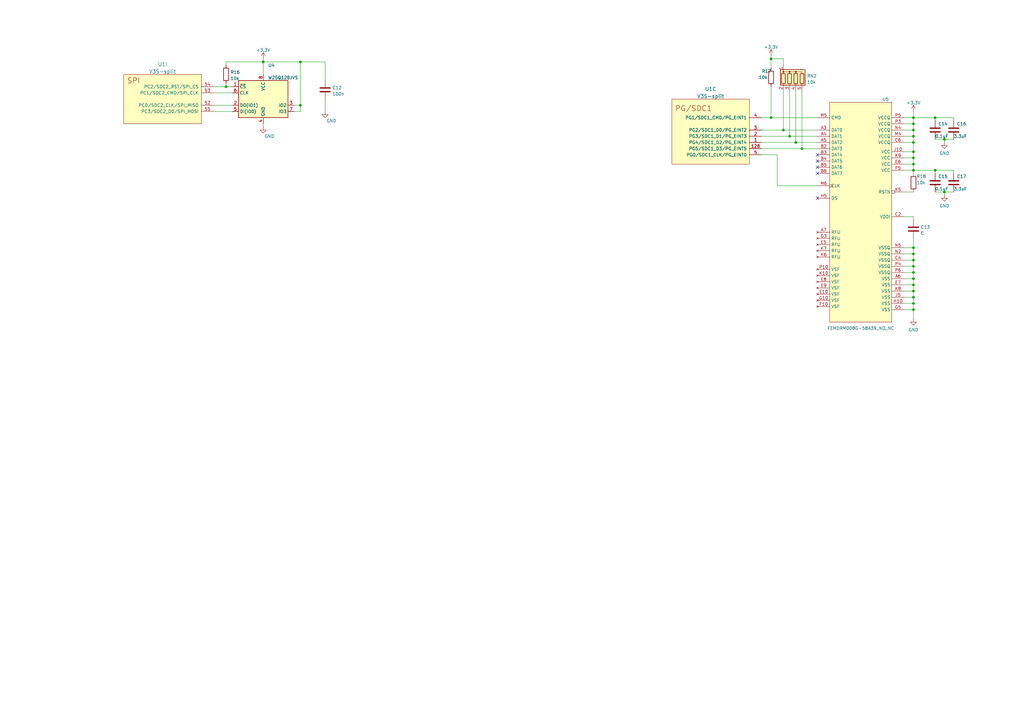
<source format=kicad_sch>
(kicad_sch (version 20211123) (generator eeschema)

  (uuid 208dea31-14fb-470c-87e0-d805c0167aec)

  (paper "A3")

  (lib_symbols
    (symbol "Allwinner:V3S-split" (pin_names (offset 1.016)) (in_bom yes) (on_board yes)
      (property "Reference" "U?" (id 0) (at -1.905 68.879 0)
        (effects (font (size 1.4986 1.4986)))
      )
      (property "Value" "V3S-split" (id 1) (at -1.905 65.9313 0)
        (effects (font (size 1.4986 1.4986)))
      )
      (property "Footprint" "Allwinner:V3s-ELQFP-128" (id 2) (at -2.54 -50.8 0)
        (effects (font (size 1.27 1.27)) hide)
      )
      (property "Datasheet" "" (id 3) (at 37.5513 76.0809 0)
        (effects (font (size 1.27 1.27)) hide)
      )
      (property "ki_locked" "" (id 4) (at 0 0 0)
        (effects (font (size 1.27 1.27)))
      )
      (symbol "V3S-split_1_0"
        (text "DRAM" (at -17.78 -5.08 0)
          (effects (font (size 2.159 2.159)) (justify left bottom))
        )
        (text "Power" (at -16.51 60.96 0)
          (effects (font (size 2.159 2.159)) (justify left bottom))
        )
        (pin power_in line (at 19.05 33.02 180) (length 5.08)
          (name "VCC-IO0" (effects (font (size 1.27 1.27))))
          (number "104" (effects (font (size 1.27 1.27))))
        )
        (pin power_in line (at 19.05 49.53 180) (length 5.08)
          (name "VDD-SYS1" (effects (font (size 1.27 1.27))))
          (number "108" (effects (font (size 1.27 1.27))))
        )
        (pin power_in line (at 19.05 6.35 180) (length 5.08)
          (name "VCC-PE0" (effects (font (size 1.27 1.27))))
          (number "12" (effects (font (size 1.27 1.27))))
        )
        (pin power_in line (at 19.05 46.99 180) (length 5.08)
          (name "VDD-SYS2" (effects (font (size 1.27 1.27))))
          (number "126" (effects (font (size 1.27 1.27))))
        )
        (pin power_in line (at 19.05 30.48 180) (length 5.08)
          (name "VCC-IO1" (effects (font (size 1.27 1.27))))
          (number "127" (effects (font (size 1.27 1.27))))
        )
        (pin power_in line (at 19.05 44.45 180) (length 5.08)
          (name "VDD-SYS3" (effects (font (size 1.27 1.27))))
          (number "19" (effects (font (size 1.27 1.27))))
        )
        (pin power_in line (at -22.86 49.53 0) (length 5.08)
          (name "VDD-CPU3" (effects (font (size 1.27 1.27))))
          (number "20" (effects (font (size 1.27 1.27))))
        )
        (pin power_in line (at -22.86 52.07 0) (length 5.08)
          (name "VDD-CPU2" (effects (font (size 1.27 1.27))))
          (number "21" (effects (font (size 1.27 1.27))))
        )
        (pin power_in line (at -22.86 54.61 0) (length 5.08)
          (name "VDD-CPU1" (effects (font (size 1.27 1.27))))
          (number "25" (effects (font (size 1.27 1.27))))
        )
        (pin power_in line (at -22.86 57.15 0) (length 5.08)
          (name "VDD-CPU0" (effects (font (size 1.27 1.27))))
          (number "26" (effects (font (size 1.27 1.27))))
        )
        (pin power_in line (at 19.05 3.81 180) (length 5.08)
          (name "VCC-PE1" (effects (font (size 1.27 1.27))))
          (number "29" (effects (font (size 1.27 1.27))))
        )
        (pin power_in line (at -22.86 46.99 0) (length 5.08)
          (name "VDD-CPU4" (effects (font (size 1.27 1.27))))
          (number "38" (effects (font (size 1.27 1.27))))
        )
        (pin power_in line (at -22.86 44.45 0) (length 5.08)
          (name "VDD-CPU5" (effects (font (size 1.27 1.27))))
          (number "47" (effects (font (size 1.27 1.27))))
        )
        (pin power_in line (at 19.05 25.4 180) (length 5.08)
          (name "VCC-IO3" (effects (font (size 1.27 1.27))))
          (number "50" (effects (font (size 1.27 1.27))))
        )
        (pin power_in line (at -22.86 41.91 0) (length 5.08)
          (name "VDD-CPU6" (effects (font (size 1.27 1.27))))
          (number "51" (effects (font (size 1.27 1.27))))
        )
        (pin power_in line (at -22.86 39.37 0) (length 5.08)
          (name "VDD-CPU7" (effects (font (size 1.27 1.27))))
          (number "56" (effects (font (size 1.27 1.27))))
        )
        (pin power_in line (at 19.05 27.94 180) (length 5.08)
          (name "VCC-IO2" (effects (font (size 1.27 1.27))))
          (number "57" (effects (font (size 1.27 1.27))))
        )
        (pin power_in line (at 19.05 41.91 180) (length 5.08)
          (name "VDD-SYS4" (effects (font (size 1.27 1.27))))
          (number "58" (effects (font (size 1.27 1.27))))
        )
        (pin power_in line (at 19.05 -34.29 180) (length 5.08)
          (name "VCC-DRAM8" (effects (font (size 1.27 1.27))))
          (number "59" (effects (font (size 1.27 1.27))))
        )
        (pin power_in line (at 19.05 -36.83 180) (length 5.08)
          (name "VCC-DRAM9" (effects (font (size 1.27 1.27))))
          (number "60" (effects (font (size 1.27 1.27))))
        )
        (pin power_in line (at 19.05 -39.37 180) (length 5.08)
          (name "VCC-DRAM10" (effects (font (size 1.27 1.27))))
          (number "61" (effects (font (size 1.27 1.27))))
        )
        (pin power_in line (at 19.05 -41.91 180) (length 5.08)
          (name "VCC-DRAM11" (effects (font (size 1.27 1.27))))
          (number "62" (effects (font (size 1.27 1.27))))
        )
        (pin passive line (at 19.05 15.24 180) (length 5.08)
          (name "SVREF1" (effects (font (size 1.27 1.27))))
          (number "63" (effects (font (size 1.27 1.27))))
        )
        (pin power_in line (at 19.05 39.37 180) (length 5.08)
          (name "VDD-SYS5" (effects (font (size 1.27 1.27))))
          (number "64" (effects (font (size 1.27 1.27))))
        )
        (pin power_in line (at 19.05 -29.21 180) (length 5.08)
          (name "VCC-DRAM0" (effects (font (size 1.27 1.27))))
          (number "65" (effects (font (size 1.27 1.27))))
        )
        (pin power_in line (at 19.05 -26.67 180) (length 5.08)
          (name "VCC-DRAM1" (effects (font (size 1.27 1.27))))
          (number "66" (effects (font (size 1.27 1.27))))
        )
        (pin power_in line (at 19.05 -24.13 180) (length 5.08)
          (name "VCC-DRAM2" (effects (font (size 1.27 1.27))))
          (number "67" (effects (font (size 1.27 1.27))))
        )
        (pin power_in line (at 19.05 -21.59 180) (length 5.08)
          (name "VCC-DRAM3" (effects (font (size 1.27 1.27))))
          (number "68" (effects (font (size 1.27 1.27))))
        )
        (pin power_in line (at 19.05 -19.05 180) (length 5.08)
          (name "VCC-DRAM4" (effects (font (size 1.27 1.27))))
          (number "69" (effects (font (size 1.27 1.27))))
        )
        (pin power_in line (at 19.05 -16.51 180) (length 5.08)
          (name "VCC-DRAM5" (effects (font (size 1.27 1.27))))
          (number "70" (effects (font (size 1.27 1.27))))
        )
        (pin passive line (at 19.05 -13.97 180) (length 5.08)
          (name "SVREF0" (effects (font (size 1.27 1.27))))
          (number "71" (effects (font (size 1.27 1.27))))
        )
        (pin power_in line (at 19.05 -11.43 180) (length 5.08)
          (name "VCC-DRAM6" (effects (font (size 1.27 1.27))))
          (number "72" (effects (font (size 1.27 1.27))))
        )
        (pin passive line (at 19.05 -8.89 180) (length 5.08)
          (name "SZQ" (effects (font (size 1.27 1.27))))
          (number "73" (effects (font (size 1.27 1.27))))
        )
        (pin power_in line (at 19.05 10.16 180) (length 5.08)
          (name "VCC-PLL" (effects (font (size 1.27 1.27))))
          (number "76" (effects (font (size 1.27 1.27))))
        )
        (pin power_in line (at 19.05 -31.75 180) (length 5.08)
          (name "VCC-DRAM7" (effects (font (size 1.27 1.27))))
          (number "79" (effects (font (size 1.27 1.27))))
        )
        (pin power_in line (at 19.05 52.07 180) (length 5.08)
          (name "VDD-SYS0" (effects (font (size 1.27 1.27))))
          (number "80" (effects (font (size 1.27 1.27))))
        )
        (pin input line (at 19.05 12.7 180) (length 5.08)
          (name "VCC-MCSI" (effects (font (size 1.27 1.27))))
          (number "85" (effects (font (size 1.27 1.27))))
        )
        (pin passive line (at -22.86 3.81 0) (length 5.08)
          (name "EPHY-VDD" (effects (font (size 1.27 1.27))))
          (number "88" (effects (font (size 1.27 1.27))))
        )
        (pin passive line (at -22.86 6.35 0) (length 5.08)
          (name "EPHY-VCC" (effects (font (size 1.27 1.27))))
          (number "93" (effects (font (size 1.27 1.27))))
        )
        (pin passive line (at 19.05 17.78 180) (length 5.08)
          (name "RTC-VIO" (effects (font (size 1.27 1.27))))
          (number "97" (effects (font (size 1.27 1.27))))
        )
        (pin power_in line (at 19.05 20.32 180) (length 5.08)
          (name "VCC-RTC" (effects (font (size 1.27 1.27))))
          (number "98" (effects (font (size 1.27 1.27))))
        )
        (pin input inverted (at 19.05 58.42 180) (length 5.08)
          (name "RESET" (effects (font (size 1.27 1.27))))
          (number "99" (effects (font (size 1.27 1.27))))
        )
        (pin power_in line (at -22.86 12.7 0) (length 5.08)
          (name "EGND" (effects (font (size 1.27 1.27))))
          (number "GND$1" (effects (font (size 0 0))))
        )
        (pin power_in line (at -22.86 15.24 0) (length 5.08)
          (name "EGND" (effects (font (size 1.27 1.27))))
          (number "GND$2" (effects (font (size 0 0))))
        )
        (pin power_in line (at -22.86 17.78 0) (length 5.08)
          (name "EGND" (effects (font (size 1.27 1.27))))
          (number "GND$3" (effects (font (size 0 0))))
        )
        (pin power_in line (at -22.86 20.32 0) (length 5.08)
          (name "EGND" (effects (font (size 1.27 1.27))))
          (number "GND$4" (effects (font (size 0 0))))
        )
        (pin power_in line (at -22.86 22.86 0) (length 5.08)
          (name "EGND" (effects (font (size 1.27 1.27))))
          (number "GND$5" (effects (font (size 0 0))))
        )
        (pin power_in line (at -22.86 25.4 0) (length 5.08)
          (name "EGND" (effects (font (size 1.27 1.27))))
          (number "GND$6" (effects (font (size 0 0))))
        )
        (pin power_in line (at -22.86 27.94 0) (length 5.08)
          (name "EGND" (effects (font (size 1.27 1.27))))
          (number "GND$7" (effects (font (size 0 0))))
        )
        (pin power_in line (at -22.86 30.48 0) (length 5.08)
          (name "EGND" (effects (font (size 1.27 1.27))))
          (number "GND$8" (effects (font (size 0 0))))
        )
        (pin power_in line (at -22.86 33.02 0) (length 5.08)
          (name "EGND" (effects (font (size 1.27 1.27))))
          (number "GND$9" (effects (font (size 0 0))))
        )
      )
      (symbol "V3S-split_1_1"
        (rectangle (start -17.78 66.04) (end 13.97 -45.72)
          (stroke (width 0.1524) (type default) (color 0 0 0 0))
          (fill (type background))
        )
      )
      (symbol "V3S-split_2_0"
        (text "SDC0/UART0" (at -16.51 55.88 0)
          (effects (font (size 2.159 2.159)) (justify left bottom))
        )
        (pin bidirectional line (at 19.05 31.75 180) (length 5.08)
          (name "PF6" (effects (font (size 1.27 1.27))))
          (number "100" (effects (font (size 1.27 1.27))))
        )
        (pin bidirectional line (at 19.05 46.99 180) (length 5.08)
          (name "PF5/SDC0_D2/JTAG_CK1" (effects (font (size 1.27 1.27))))
          (number "101" (effects (font (size 1.27 1.27))))
        )
        (pin bidirectional line (at 19.05 44.45 180) (length 5.08)
          (name "PF4/SDC0_D3/UART0_RX" (effects (font (size 1.27 1.27))))
          (number "102" (effects (font (size 1.27 1.27))))
        )
        (pin bidirectional line (at 19.05 39.37 180) (length 5.08)
          (name "PF3/SDC0_CMD/JTAG_DO1" (effects (font (size 1.27 1.27))))
          (number "103" (effects (font (size 1.27 1.27))))
        )
        (pin bidirectional line (at 19.05 36.83 180) (length 5.08)
          (name "PF2/SDC0_CLK/UART0_TX" (effects (font (size 1.27 1.27))))
          (number "105" (effects (font (size 1.27 1.27))))
        )
        (pin bidirectional line (at 19.05 52.07 180) (length 5.08)
          (name "PF1/SDC0_D0/JTAG_DI1" (effects (font (size 1.27 1.27))))
          (number "106" (effects (font (size 1.27 1.27))))
        )
        (pin bidirectional line (at 19.05 49.53 180) (length 5.08)
          (name "PF0/SDC0_D1/JTAG_MS1" (effects (font (size 1.27 1.27))))
          (number "107" (effects (font (size 1.27 1.27))))
        )
      )
      (symbol "V3S-split_2_1"
        (rectangle (start -17.78 64.77) (end 13.97 27.94)
          (stroke (width 0.1524) (type default) (color 0 0 0 0))
          (fill (type background))
        )
      )
      (symbol "V3S-split_3_0"
        (text "PG/SDC1" (at -16.51 59.69 0)
          (effects (font (size 2.159 2.159)) (justify left bottom))
        )
        (pin bidirectional line (at 19.05 46.99 180) (length 5.08)
          (name "PG4/SDC1_D2/PG_EINT4" (effects (font (size 1.27 1.27))))
          (number "1" (effects (font (size 1.27 1.27))))
        )
        (pin bidirectional line (at 19.05 44.45 180) (length 5.08)
          (name "PG5/SDC1_D3/PG_EINT5" (effects (font (size 1.27 1.27))))
          (number "128" (effects (font (size 1.27 1.27))))
        )
        (pin bidirectional line (at 19.05 49.53 180) (length 5.08)
          (name "PG3/SDC1_D1/PG_EINT3" (effects (font (size 1.27 1.27))))
          (number "2" (effects (font (size 1.27 1.27))))
        )
        (pin bidirectional line (at 19.05 52.07 180) (length 5.08)
          (name "PG2/SDC1_D0/PG_EINT2" (effects (font (size 1.27 1.27))))
          (number "3" (effects (font (size 1.27 1.27))))
        )
        (pin bidirectional line (at 19.05 57.15 180) (length 5.08)
          (name "PG1/SDC1_CMD/PG_EINT1" (effects (font (size 1.27 1.27))))
          (number "4" (effects (font (size 1.27 1.27))))
        )
        (pin bidirectional line (at 19.05 41.91 180) (length 5.08)
          (name "PG0/SDC1_CLK/PG_EINT0" (effects (font (size 1.27 1.27))))
          (number "5" (effects (font (size 1.27 1.27))))
        )
      )
      (symbol "V3S-split_3_1"
        (rectangle (start -17.78 64.77) (end 13.97 38.1)
          (stroke (width 0.1524) (type default) (color 0 0 0 0))
          (fill (type background))
        )
      )
      (symbol "V3S-split_4_0"
        (text "CODEC" (at -15.24 58.42 0)
          (effects (font (size 2.159 2.159)) (justify left bottom))
        )
        (pin passive line (at 20.32 31.75 180) (length 5.08)
          (name "LRADC0" (effects (font (size 1.27 1.27))))
          (number "112" (effects (font (size 1.27 1.27))))
        )
        (pin passive line (at 20.32 34.29 180) (length 5.08)
          (name "MICIN1P" (effects (font (size 1.27 1.27))))
          (number "113" (effects (font (size 1.27 1.27))))
        )
        (pin passive line (at 20.32 36.83 180) (length 5.08)
          (name "MICIN1N" (effects (font (size 1.27 1.27))))
          (number "114" (effects (font (size 1.27 1.27))))
        )
        (pin power_in line (at 20.32 25.4 180) (length 5.08)
          (name "AVCC" (effects (font (size 1.27 1.27))))
          (number "115" (effects (font (size 1.27 1.27))))
        )
        (pin power_in line (at 20.32 22.86 180) (length 5.08)
          (name "AGND" (effects (font (size 1.27 1.27))))
          (number "116" (effects (font (size 1.27 1.27))))
        )
        (pin power_out line (at 20.32 39.37 180) (length 5.08)
          (name "VRA1" (effects (font (size 1.27 1.27))))
          (number "117" (effects (font (size 1.27 1.27))))
        )
        (pin power_out line (at 20.32 41.91 180) (length 5.08)
          (name "VRA2" (effects (font (size 1.27 1.27))))
          (number "118" (effects (font (size 1.27 1.27))))
        )
        (pin passive line (at 20.32 44.45 180) (length 5.08)
          (name "HBIAS" (effects (font (size 1.27 1.27))))
          (number "119" (effects (font (size 1.27 1.27))))
        )
        (pin passive line (at 20.32 46.99 180) (length 5.08)
          (name "HPOUTR" (effects (font (size 1.27 1.27))))
          (number "120" (effects (font (size 1.27 1.27))))
        )
        (pin passive line (at 20.32 49.53 180) (length 5.08)
          (name "HPOUTL" (effects (font (size 1.27 1.27))))
          (number "121" (effects (font (size 1.27 1.27))))
        )
        (pin power_in line (at 20.32 52.07 180) (length 5.08)
          (name "HPVCCIN" (effects (font (size 1.27 1.27))))
          (number "122" (effects (font (size 1.27 1.27))))
        )
        (pin power_out line (at 20.32 54.61 180) (length 5.08)
          (name "HPVCCBP" (effects (font (size 1.27 1.27))))
          (number "123" (effects (font (size 1.27 1.27))))
        )
        (pin passive line (at 20.32 57.15 180) (length 5.08)
          (name "HPCOMFB" (effects (font (size 1.27 1.27))))
          (number "124" (effects (font (size 1.27 1.27))))
        )
        (pin passive line (at 20.32 59.69 180) (length 5.08)
          (name "HPCOM" (effects (font (size 1.27 1.27))))
          (number "125" (effects (font (size 1.27 1.27))))
        )
      )
      (symbol "V3S-split_4_1"
        (rectangle (start -17.78 64.77) (end 15.24 17.78)
          (stroke (width 0.1524) (type default) (color 0 0 0 0))
          (fill (type background))
        )
      )
      (symbol "V3S-split_5_0"
        (text "LCD/CSI" (at -19.05 58.42 0)
          (effects (font (size 2.159 2.159)) (justify left bottom))
        )
        (pin bidirectional line (at 21.59 -13.97 180) (length 5.08)
          (name "PE20/CSI_FIELD/CSI_MIPI_MCLK" (effects (font (size 1.27 1.27))))
          (number "10" (effects (font (size 1.27 1.27))))
        )
        (pin bidirectional line (at 21.59 -1.27 180) (length 5.08)
          (name "PE19/CSI_D15/LCD_D21" (effects (font (size 1.27 1.27))))
          (number "11" (effects (font (size 1.27 1.27))))
        )
        (pin bidirectional line (at 21.59 1.27 180) (length 5.08)
          (name "PE18/CSI_D14/LCD_D20" (effects (font (size 1.27 1.27))))
          (number "13" (effects (font (size 1.27 1.27))))
        )
        (pin bidirectional line (at 21.59 3.81 180) (length 5.08)
          (name "PE17/CSI_D13/LCD_D19" (effects (font (size 1.27 1.27))))
          (number "14" (effects (font (size 1.27 1.27))))
        )
        (pin bidirectional line (at 21.59 6.35 180) (length 5.08)
          (name "PE16/CSI_D12/LCD_D18" (effects (font (size 1.27 1.27))))
          (number "15" (effects (font (size 1.27 1.27))))
        )
        (pin bidirectional line (at 21.59 11.43 180) (length 5.08)
          (name "PE15/CSI_D11/LCD_D15" (effects (font (size 1.27 1.27))))
          (number "16" (effects (font (size 1.27 1.27))))
        )
        (pin bidirectional line (at 21.59 13.97 180) (length 5.08)
          (name "PE14/CSI_D10/LCD_D14" (effects (font (size 1.27 1.27))))
          (number "17" (effects (font (size 1.27 1.27))))
        )
        (pin bidirectional line (at 21.59 16.51 180) (length 5.08)
          (name "PE13/CSI_D9/LCD_D13" (effects (font (size 1.27 1.27))))
          (number "18" (effects (font (size 1.27 1.27))))
        )
        (pin bidirectional line (at 21.59 19.05 180) (length 5.08)
          (name "PE12/CSI_D8/LCD_D12" (effects (font (size 1.27 1.27))))
          (number "22" (effects (font (size 1.27 1.27))))
        )
        (pin bidirectional line (at 21.59 21.59 180) (length 5.08)
          (name "PE11/CSI_D7/LCD_D11" (effects (font (size 1.27 1.27))))
          (number "23" (effects (font (size 1.27 1.27))))
        )
        (pin bidirectional line (at 21.59 24.13 180) (length 5.08)
          (name "PE10/CSI_D6/LCD_D10" (effects (font (size 1.27 1.27))))
          (number "24" (effects (font (size 1.27 1.27))))
        )
        (pin bidirectional line (at 21.59 29.21 180) (length 5.08)
          (name "PE9/CSI_D5/LCD_D7" (effects (font (size 1.27 1.27))))
          (number "27" (effects (font (size 1.27 1.27))))
        )
        (pin bidirectional line (at 21.59 31.75 180) (length 5.08)
          (name "PE8/CSI_D4/LCD_D6" (effects (font (size 1.27 1.27))))
          (number "28" (effects (font (size 1.27 1.27))))
        )
        (pin bidirectional line (at 21.59 34.29 180) (length 5.08)
          (name "PE7/CSI_D3/LCD_D5" (effects (font (size 1.27 1.27))))
          (number "30" (effects (font (size 1.27 1.27))))
        )
        (pin bidirectional line (at 21.59 36.83 180) (length 5.08)
          (name "PE6/CSI_D2/LCD_D4" (effects (font (size 1.27 1.27))))
          (number "31" (effects (font (size 1.27 1.27))))
        )
        (pin bidirectional line (at 21.59 39.37 180) (length 5.08)
          (name "PE5/CSI_D1/LCD_D3" (effects (font (size 1.27 1.27))))
          (number "32" (effects (font (size 1.27 1.27))))
        )
        (pin passive line (at 21.59 41.91 180) (length 5.08)
          (name "PE4/CSI_D0/LCD_D2" (effects (font (size 1.27 1.27))))
          (number "33" (effects (font (size 1.27 1.27))))
        )
        (pin bidirectional line (at 21.59 54.61 180) (length 5.08)
          (name "PE3/CSI_VSYNC/LCD_VSYNC" (effects (font (size 1.27 1.27))))
          (number "34" (effects (font (size 1.27 1.27))))
        )
        (pin bidirectional line (at 21.59 52.07 180) (length 5.08)
          (name "PE2/CSI_HSYNC/LCD_HSYNC" (effects (font (size 1.27 1.27))))
          (number "35" (effects (font (size 1.27 1.27))))
        )
        (pin bidirectional line (at 21.59 49.53 180) (length 5.08)
          (name "PE1/CSI_MCLK/LCD_DE" (effects (font (size 1.27 1.27))))
          (number "36" (effects (font (size 1.27 1.27))))
        )
        (pin bidirectional line (at 21.59 46.99 180) (length 5.08)
          (name "PE0/CSI_PCLK-/LCD_CLK" (effects (font (size 1.27 1.27))))
          (number "37" (effects (font (size 1.27 1.27))))
        )
        (pin bidirectional line (at 21.59 -6.35 180) (length 5.08)
          (name "PE24/LCD_D23" (effects (font (size 1.27 1.27))))
          (number "6" (effects (font (size 1.27 1.27))))
        )
        (pin bidirectional line (at 21.59 -3.81 180) (length 5.08)
          (name "PE23/LCD_D22" (effects (font (size 1.27 1.27))))
          (number "7" (effects (font (size 1.27 1.27))))
        )
        (pin bidirectional line (at 21.59 -19.05 180) (length 5.08)
          (name "PE22/CSI_SDA/TWI1_SDA/UART1_RX" (effects (font (size 1.27 1.27))))
          (number "8" (effects (font (size 1.27 1.27))))
        )
        (pin bidirectional line (at 21.59 -16.51 180) (length 5.08)
          (name "PE21/CSI_SCK/TWI1_SCK/UART1_TX" (effects (font (size 1.27 1.27))))
          (number "9" (effects (font (size 1.27 1.27))))
        )
      )
      (symbol "V3S-split_5_1"
        (rectangle (start -21.59 64.77) (end 16.51 -24.13)
          (stroke (width 0.1524) (type default) (color 0 0 0 0))
          (fill (type background))
        )
      )
      (symbol "V3S-split_6_0"
        (text "USB" (at -16.51 58.42 0)
          (effects (font (size 2.159 2.159)) (justify left bottom))
        )
        (pin power_in line (at 19.05 53.34 180) (length 5.08)
          (name "VCC-USB" (effects (font (size 1.27 1.27))))
          (number "109" (effects (font (size 1.27 1.27))))
        )
        (pin passive line (at 19.05 55.88 180) (length 5.08)
          (name "USB-DM" (effects (font (size 1.27 1.27))))
          (number "110" (effects (font (size 1.27 1.27))))
        )
        (pin passive line (at 19.05 58.42 180) (length 5.08)
          (name "USB-DP" (effects (font (size 1.27 1.27))))
          (number "111" (effects (font (size 1.27 1.27))))
        )
      )
      (symbol "V3S-split_6_1"
        (rectangle (start -17.78 64.77) (end 13.97 48.26)
          (stroke (width 0.1524) (type default) (color 0 0 0 0))
          (fill (type background))
        )
      )
      (symbol "V3S-split_7_0"
        (text "RTC" (at -16.51 58.42 0)
          (effects (font (size 2.159 2.159)) (justify left bottom))
        )
        (pin passive line (at 19.05 57.15 180) (length 5.08)
          (name "X32KOUT" (effects (font (size 1.27 1.27))))
          (number "95" (effects (font (size 1.27 1.27))))
        )
        (pin passive line (at 19.05 59.69 180) (length 5.08)
          (name "X32KIN" (effects (font (size 1.27 1.27))))
          (number "96" (effects (font (size 1.27 1.27))))
        )
      )
      (symbol "V3S-split_7_1"
        (rectangle (start -17.78 64.77) (end 13.97 53.34)
          (stroke (width 0.1524) (type default) (color 0 0 0 0))
          (fill (type background))
        )
      )
      (symbol "V3S-split_8_0"
        (rectangle (start -17.78 64.77) (end 13.97 41.91)
          (stroke (width 0.1524) (type default) (color 0 0 0 0))
          (fill (type background))
        )
        (text "MIPI" (at -16.51 58.42 0)
          (effects (font (size 2.159 2.159)) (justify left bottom))
        )
        (pin input line (at 19.05 45.72 180) (length 5.08)
          (name "MCSI-D0P" (effects (font (size 1.27 1.27))))
          (number "81" (effects (font (size 1.27 1.27))))
        )
        (pin input line (at 19.05 48.26 180) (length 5.08)
          (name "MCSI-D0N" (effects (font (size 1.27 1.27))))
          (number "82" (effects (font (size 1.27 1.27))))
        )
        (pin input line (at 19.05 50.8 180) (length 5.08)
          (name "MCSI-D1P" (effects (font (size 1.27 1.27))))
          (number "83" (effects (font (size 1.27 1.27))))
        )
        (pin input line (at 19.05 53.34 180) (length 5.08)
          (name "MCSI-D1N" (effects (font (size 1.27 1.27))))
          (number "84" (effects (font (size 1.27 1.27))))
        )
        (pin output line (at 19.05 57.15 180) (length 5.08)
          (name "MCSI-CKP" (effects (font (size 1.27 1.27))))
          (number "86" (effects (font (size 1.27 1.27))))
        )
        (pin output line (at 19.05 59.69 180) (length 5.08)
          (name "MCSI-CKN" (effects (font (size 1.27 1.27))))
          (number "87" (effects (font (size 1.27 1.27))))
        )
      )
      (symbol "V3S-split_9_0"
        (rectangle (start -17.78 64.77) (end 13.97 44.45)
          (stroke (width 0.1524) (type default) (color 0 0 0 0))
          (fill (type background))
        )
        (text "SPI" (at -16.51 60.96 0)
          (effects (font (size 2.159 2.159)) (justify left bottom))
        )
        (pin bidirectional line (at 19.05 50.8 180) (length 5.08)
          (name "PC0/SDC2_CLK/SPI_MISO" (effects (font (size 1.27 1.27))))
          (number "52" (effects (font (size 1.27 1.27))))
        )
        (pin bidirectional line (at 19.05 57.15 180) (length 5.08)
          (name "PC1/SDC2_CMD/SPI_CLK" (effects (font (size 1.27 1.27))))
          (number "53" (effects (font (size 1.27 1.27))))
        )
        (pin bidirectional line (at 19.05 59.69 180) (length 5.08)
          (name "PC2/SDC2_RST/SPI_CS" (effects (font (size 1.27 1.27))))
          (number "54" (effects (font (size 1.27 1.27))))
        )
        (pin bidirectional line (at 19.05 48.26 180) (length 5.08)
          (name "PC3/SDC2_D0/SPI_MOSI" (effects (font (size 1.27 1.27))))
          (number "55" (effects (font (size 1.27 1.27))))
        )
      )
      (symbol "V3S-split_10_0"
        (rectangle (start -17.78 64.77) (end 13.97 53.34)
          (stroke (width 0.1524) (type default) (color 0 0 0 0))
          (fill (type background))
        )
        (text "SYSCLK" (at -16.51 59.69 0)
          (effects (font (size 2.159 2.159)) (justify left bottom))
        )
        (pin passive line (at 19.05 55.88 180) (length 5.08)
          (name "X24MOUT" (effects (font (size 1.27 1.27))))
          (number "74" (effects (font (size 1.27 1.27))))
        )
        (pin passive line (at 19.05 58.42 180) (length 5.08)
          (name "X24MIN" (effects (font (size 1.27 1.27))))
          (number "75" (effects (font (size 1.27 1.27))))
        )
      )
      (symbol "V3S-split_11_0"
        (rectangle (start -22.86 64.77) (end 15.24 10.16)
          (stroke (width 0.1524) (type default) (color 0 0 0 0))
          (fill (type background))
        )
        (text "PWM0/1" (at -21.59 39.37 0)
          (effects (font (size 2.159 2.159)) (justify left bottom))
        )
        (text "TWI0/1" (at -21.59 27.94 0)
          (effects (font (size 2.159 2.159)) (justify left bottom))
        )
        (text "UART2" (at -21.59 57.15 0)
          (effects (font (size 2.159 2.159)) (justify left bottom))
        )
        (pin bidirectional line (at 20.32 46.99 180) (length 5.08)
          (name "PB0/UART2_TX/PB_EINT0" (effects (font (size 1.27 1.27))))
          (number "39" (effects (font (size 1.27 1.27))))
        )
        (pin bidirectional line (at 20.32 49.53 180) (length 5.08)
          (name "PB1/UART2_RX/PB_EINT1" (effects (font (size 1.27 1.27))))
          (number "40" (effects (font (size 1.27 1.27))))
        )
        (pin bidirectional line (at 20.32 52.07 180) (length 5.08)
          (name "PB2/UART2_RTS/PB_EINT2" (effects (font (size 1.27 1.27))))
          (number "41" (effects (font (size 1.27 1.27))))
        )
        (pin bidirectional line (at 20.32 54.61 180) (length 5.08)
          (name "PB3/UART2_CTS/PB_EINT3" (effects (font (size 1.27 1.27))))
          (number "42" (effects (font (size 1.27 1.27))))
        )
        (pin bidirectional line (at 20.32 34.29 180) (length 5.08)
          (name "PB4/PWM0/PB_EINT4" (effects (font (size 1.27 1.27))))
          (number "43" (effects (font (size 1.27 1.27))))
        )
        (pin bidirectional line (at 20.32 36.83 180) (length 5.08)
          (name "PB5/PWM1/PB_EINT5" (effects (font (size 1.27 1.27))))
          (number "44" (effects (font (size 1.27 1.27))))
        )
        (pin bidirectional line (at 20.32 15.24 180) (length 5.08)
          (name "PB6/TWI0_SCK/PB_EINT6" (effects (font (size 1.27 1.27))))
          (number "45" (effects (font (size 1.27 1.27))))
        )
        (pin bidirectional line (at 20.32 17.78 180) (length 5.08)
          (name "PB7/TWI0_SDA/PB_EINT7" (effects (font (size 1.27 1.27))))
          (number "46" (effects (font (size 1.27 1.27))))
        )
        (pin bidirectional line (at 20.32 22.86 180) (length 5.08)
          (name "PB8/TWI1_SCK/UART0_TX/PB_EINT8" (effects (font (size 1.27 1.27))))
          (number "48" (effects (font (size 1.27 1.27))))
        )
        (pin bidirectional line (at 20.32 25.4 180) (length 5.08)
          (name "PB9/TWI1_SDA/UART0_RX/PB_EINT9" (effects (font (size 1.27 1.27))))
          (number "49" (effects (font (size 1.27 1.27))))
        )
      )
      (symbol "V3S-split_12_0"
        (rectangle (start -17.78 64.77) (end 13.97 36.83)
          (stroke (width 0.1524) (type default) (color 0 0 0 0))
          (fill (type background))
        )
        (text "EPHY" (at -15.24 59.69 0)
          (effects (font (size 2.159 2.159)) (justify left bottom))
        )
        (pin passive line (at 19.05 40.64 180) (length 5.08)
          (name "EPHY-LINK-LED" (effects (font (size 1.27 1.27))))
          (number "77" (effects (font (size 1.27 1.27))))
        )
        (pin passive line (at 19.05 43.18 180) (length 5.08)
          (name "EPHY-SPD-LED" (effects (font (size 1.27 1.27))))
          (number "78" (effects (font (size 1.27 1.27))))
        )
        (pin passive line (at 19.05 48.26 180) (length 5.08)
          (name "EPHY-RXN" (effects (font (size 1.27 1.27))))
          (number "89" (effects (font (size 1.27 1.27))))
        )
        (pin passive line (at 19.05 50.8 180) (length 5.08)
          (name "EPHY-RXP" (effects (font (size 1.27 1.27))))
          (number "90" (effects (font (size 1.27 1.27))))
        )
        (pin passive line (at 19.05 53.34 180) (length 5.08)
          (name "EPHY-TXN" (effects (font (size 1.27 1.27))))
          (number "91" (effects (font (size 1.27 1.27))))
        )
        (pin passive line (at 19.05 55.88 180) (length 5.08)
          (name "EPHY-TXP" (effects (font (size 1.27 1.27))))
          (number "92" (effects (font (size 1.27 1.27))))
        )
        (pin passive line (at 19.05 58.42 180) (length 5.08)
          (name "EPHY-RTX" (effects (font (size 1.27 1.27))))
          (number "94" (effects (font (size 1.27 1.27))))
        )
      )
    )
    (symbol "Device:C" (pin_numbers hide) (pin_names (offset 0.254)) (in_bom yes) (on_board yes)
      (property "Reference" "C" (id 0) (at 0.635 2.54 0)
        (effects (font (size 1.27 1.27)) (justify left))
      )
      (property "Value" "C" (id 1) (at 0.635 -2.54 0)
        (effects (font (size 1.27 1.27)) (justify left))
      )
      (property "Footprint" "" (id 2) (at 0.9652 -3.81 0)
        (effects (font (size 1.27 1.27)) hide)
      )
      (property "Datasheet" "~" (id 3) (at 0 0 0)
        (effects (font (size 1.27 1.27)) hide)
      )
      (property "ki_keywords" "cap capacitor" (id 4) (at 0 0 0)
        (effects (font (size 1.27 1.27)) hide)
      )
      (property "ki_description" "Unpolarized capacitor" (id 5) (at 0 0 0)
        (effects (font (size 1.27 1.27)) hide)
      )
      (property "ki_fp_filters" "C_*" (id 6) (at 0 0 0)
        (effects (font (size 1.27 1.27)) hide)
      )
      (symbol "C_0_1"
        (polyline
          (pts
            (xy -2.032 -0.762)
            (xy 2.032 -0.762)
          )
          (stroke (width 0.508) (type default) (color 0 0 0 0))
          (fill (type none))
        )
        (polyline
          (pts
            (xy -2.032 0.762)
            (xy 2.032 0.762)
          )
          (stroke (width 0.508) (type default) (color 0 0 0 0))
          (fill (type none))
        )
      )
      (symbol "C_1_1"
        (pin passive line (at 0 3.81 270) (length 2.794)
          (name "~" (effects (font (size 1.27 1.27))))
          (number "1" (effects (font (size 1.27 1.27))))
        )
        (pin passive line (at 0 -3.81 90) (length 2.794)
          (name "~" (effects (font (size 1.27 1.27))))
          (number "2" (effects (font (size 1.27 1.27))))
        )
      )
    )
    (symbol "Device:R" (pin_numbers hide) (pin_names (offset 0)) (in_bom yes) (on_board yes)
      (property "Reference" "R" (id 0) (at 2.032 0 90)
        (effects (font (size 1.27 1.27)))
      )
      (property "Value" "R" (id 1) (at 0 0 90)
        (effects (font (size 1.27 1.27)))
      )
      (property "Footprint" "" (id 2) (at -1.778 0 90)
        (effects (font (size 1.27 1.27)) hide)
      )
      (property "Datasheet" "~" (id 3) (at 0 0 0)
        (effects (font (size 1.27 1.27)) hide)
      )
      (property "ki_keywords" "R res resistor" (id 4) (at 0 0 0)
        (effects (font (size 1.27 1.27)) hide)
      )
      (property "ki_description" "Resistor" (id 5) (at 0 0 0)
        (effects (font (size 1.27 1.27)) hide)
      )
      (property "ki_fp_filters" "R_*" (id 6) (at 0 0 0)
        (effects (font (size 1.27 1.27)) hide)
      )
      (symbol "R_0_1"
        (rectangle (start -1.016 -2.54) (end 1.016 2.54)
          (stroke (width 0.254) (type default) (color 0 0 0 0))
          (fill (type none))
        )
      )
      (symbol "R_1_1"
        (pin passive line (at 0 3.81 270) (length 1.27)
          (name "~" (effects (font (size 1.27 1.27))))
          (number "1" (effects (font (size 1.27 1.27))))
        )
        (pin passive line (at 0 -3.81 90) (length 1.27)
          (name "~" (effects (font (size 1.27 1.27))))
          (number "2" (effects (font (size 1.27 1.27))))
        )
      )
    )
    (symbol "Device:R_Network04" (pin_names (offset 0) hide) (in_bom yes) (on_board yes)
      (property "Reference" "RN" (id 0) (at -7.62 0 90)
        (effects (font (size 1.27 1.27)))
      )
      (property "Value" "R_Network04" (id 1) (at 5.08 0 90)
        (effects (font (size 1.27 1.27)))
      )
      (property "Footprint" "Resistor_THT:R_Array_SIP5" (id 2) (at 6.985 0 90)
        (effects (font (size 1.27 1.27)) hide)
      )
      (property "Datasheet" "http://www.vishay.com/docs/31509/csc.pdf" (id 3) (at 0 0 0)
        (effects (font (size 1.27 1.27)) hide)
      )
      (property "ki_keywords" "R network star-topology" (id 4) (at 0 0 0)
        (effects (font (size 1.27 1.27)) hide)
      )
      (property "ki_description" "4 resistor network, star topology, bussed resistors, small symbol" (id 5) (at 0 0 0)
        (effects (font (size 1.27 1.27)) hide)
      )
      (property "ki_fp_filters" "R?Array?SIP*" (id 6) (at 0 0 0)
        (effects (font (size 1.27 1.27)) hide)
      )
      (symbol "R_Network04_0_1"
        (rectangle (start -6.35 -3.175) (end 3.81 3.175)
          (stroke (width 0.254) (type default) (color 0 0 0 0))
          (fill (type background))
        )
        (rectangle (start -5.842 1.524) (end -4.318 -2.54)
          (stroke (width 0.254) (type default) (color 0 0 0 0))
          (fill (type none))
        )
        (circle (center -5.08 2.286) (radius 0.254)
          (stroke (width 0) (type default) (color 0 0 0 0))
          (fill (type outline))
        )
        (rectangle (start -3.302 1.524) (end -1.778 -2.54)
          (stroke (width 0.254) (type default) (color 0 0 0 0))
          (fill (type none))
        )
        (circle (center -2.54 2.286) (radius 0.254)
          (stroke (width 0) (type default) (color 0 0 0 0))
          (fill (type outline))
        )
        (rectangle (start -0.762 1.524) (end 0.762 -2.54)
          (stroke (width 0.254) (type default) (color 0 0 0 0))
          (fill (type none))
        )
        (polyline
          (pts
            (xy -5.08 -2.54)
            (xy -5.08 -3.81)
          )
          (stroke (width 0) (type default) (color 0 0 0 0))
          (fill (type none))
        )
        (polyline
          (pts
            (xy -2.54 -2.54)
            (xy -2.54 -3.81)
          )
          (stroke (width 0) (type default) (color 0 0 0 0))
          (fill (type none))
        )
        (polyline
          (pts
            (xy 0 -2.54)
            (xy 0 -3.81)
          )
          (stroke (width 0) (type default) (color 0 0 0 0))
          (fill (type none))
        )
        (polyline
          (pts
            (xy 2.54 -2.54)
            (xy 2.54 -3.81)
          )
          (stroke (width 0) (type default) (color 0 0 0 0))
          (fill (type none))
        )
        (polyline
          (pts
            (xy -5.08 1.524)
            (xy -5.08 2.286)
            (xy -2.54 2.286)
            (xy -2.54 1.524)
          )
          (stroke (width 0) (type default) (color 0 0 0 0))
          (fill (type none))
        )
        (polyline
          (pts
            (xy -2.54 1.524)
            (xy -2.54 2.286)
            (xy 0 2.286)
            (xy 0 1.524)
          )
          (stroke (width 0) (type default) (color 0 0 0 0))
          (fill (type none))
        )
        (polyline
          (pts
            (xy 0 1.524)
            (xy 0 2.286)
            (xy 2.54 2.286)
            (xy 2.54 1.524)
          )
          (stroke (width 0) (type default) (color 0 0 0 0))
          (fill (type none))
        )
        (circle (center 0 2.286) (radius 0.254)
          (stroke (width 0) (type default) (color 0 0 0 0))
          (fill (type outline))
        )
        (rectangle (start 1.778 1.524) (end 3.302 -2.54)
          (stroke (width 0.254) (type default) (color 0 0 0 0))
          (fill (type none))
        )
      )
      (symbol "R_Network04_1_1"
        (pin passive line (at -5.08 5.08 270) (length 2.54)
          (name "common" (effects (font (size 1.27 1.27))))
          (number "1" (effects (font (size 1.27 1.27))))
        )
        (pin passive line (at -5.08 -5.08 90) (length 1.27)
          (name "R1" (effects (font (size 1.27 1.27))))
          (number "2" (effects (font (size 1.27 1.27))))
        )
        (pin passive line (at -2.54 -5.08 90) (length 1.27)
          (name "R2" (effects (font (size 1.27 1.27))))
          (number "3" (effects (font (size 1.27 1.27))))
        )
        (pin passive line (at 0 -5.08 90) (length 1.27)
          (name "R3" (effects (font (size 1.27 1.27))))
          (number "4" (effects (font (size 1.27 1.27))))
        )
        (pin passive line (at 2.54 -5.08 90) (length 1.27)
          (name "R4" (effects (font (size 1.27 1.27))))
          (number "5" (effects (font (size 1.27 1.27))))
        )
      )
    )
    (symbol "Memory_Flash:W25Q128JVS" (in_bom yes) (on_board yes)
      (property "Reference" "U?" (id 0) (at 2.0194 11.3198 0)
        (effects (font (size 1.27 1.27)) (justify left))
      )
      (property "Value" "W25Q128JVS" (id 1) (at 2.0194 8.7829 0)
        (effects (font (size 1.27 1.27)) (justify left))
      )
      (property "Footprint" "Package_SO:SOIC-8_5.23x5.23mm_P1.27mm" (id 2) (at 0 0 0)
        (effects (font (size 1.27 1.27)) hide)
      )
      (property "Datasheet" "http://www.winbond.com/resource-files/w25q128jv_dtr%20revc%2003272018%20plus.pdf" (id 3) (at 0 0 0)
        (effects (font (size 1.27 1.27)) hide)
      )
      (property "LCSC" "C97521" (id 4) (at 0 0 0)
        (effects (font (size 1.27 1.27)) hide)
      )
      (property "ki_keywords" "flash memory SPI QPI DTR" (id 5) (at 0 0 0)
        (effects (font (size 1.27 1.27)) hide)
      )
      (property "ki_description" "128Mb Serial Flash Memory, Standard/Dual/Quad SPI, SOIC-8" (id 6) (at 0 0 0)
        (effects (font (size 1.27 1.27)) hide)
      )
      (property "ki_fp_filters" "SOIC*5.23x5.23mm*P1.27mm*" (id 7) (at 0 0 0)
        (effects (font (size 1.27 1.27)) hide)
      )
      (symbol "W25Q128JVS_0_1"
        (rectangle (start -10.16 7.62) (end 10.16 -7.62)
          (stroke (width 0.254) (type default) (color 0 0 0 0))
          (fill (type background))
        )
      )
      (symbol "W25Q128JVS_1_1"
        (pin input line (at -12.7 5.08 0) (length 2.54)
          (name "~{CS}" (effects (font (size 1.27 1.27))))
          (number "1" (effects (font (size 1.27 1.27))))
        )
        (pin bidirectional line (at -12.7 -2.54 0) (length 2.54)
          (name "DO(IO1)" (effects (font (size 1.27 1.27))))
          (number "2" (effects (font (size 1.27 1.27))))
        )
        (pin bidirectional line (at 12.7 -2.54 180) (length 2.54)
          (name "IO2" (effects (font (size 1.27 1.27))))
          (number "3" (effects (font (size 1.27 1.27))))
        )
        (pin power_in line (at 0 -10.16 90) (length 2.54)
          (name "GND" (effects (font (size 1.27 1.27))))
          (number "4" (effects (font (size 1.27 1.27))))
        )
        (pin bidirectional line (at -12.7 -5.08 0) (length 2.54)
          (name "DI(IO0)" (effects (font (size 1.27 1.27))))
          (number "5" (effects (font (size 1.27 1.27))))
        )
        (pin input line (at -12.7 2.54 0) (length 2.54)
          (name "CLK" (effects (font (size 1.27 1.27))))
          (number "6" (effects (font (size 1.27 1.27))))
        )
        (pin bidirectional line (at 12.7 -5.08 180) (length 2.54)
          (name "IO3" (effects (font (size 1.27 1.27))))
          (number "7" (effects (font (size 1.27 1.27))))
        )
        (pin power_in line (at 0 10.16 270) (length 2.54)
          (name "VCC" (effects (font (size 1.27 1.27))))
          (number "8" (effects (font (size 1.27 1.27))))
        )
      )
    )
    (symbol "V3S-split_1" (pin_names (offset 1.016)) (in_bom yes) (on_board yes)
      (property "Reference" "U?" (id 0) (at -1.905 68.879 0)
        (effects (font (size 1.4986 1.4986)))
      )
      (property "Value" "V3S-split_1" (id 1) (at -1.905 65.9313 0)
        (effects (font (size 1.4986 1.4986)))
      )
      (property "Footprint" "Allwinner:V3s-ELQFP-128" (id 2) (at -2.54 -50.8 0)
        (effects (font (size 1.27 1.27)) hide)
      )
      (property "Datasheet" "" (id 3) (at 37.5513 76.0809 0)
        (effects (font (size 1.27 1.27)) hide)
      )
      (property "ki_locked" "" (id 4) (at 0 0 0)
        (effects (font (size 1.27 1.27)))
      )
      (symbol "V3S-split_1_1_0"
        (text "DRAM" (at -17.78 -5.08 0)
          (effects (font (size 2.159 2.159)) (justify left bottom))
        )
        (text "Power" (at -16.51 60.96 0)
          (effects (font (size 2.159 2.159)) (justify left bottom))
        )
        (pin power_in line (at 19.05 33.02 180) (length 5.08)
          (name "VCC-IO0" (effects (font (size 1.27 1.27))))
          (number "104" (effects (font (size 1.27 1.27))))
        )
        (pin power_in line (at 19.05 49.53 180) (length 5.08)
          (name "VDD-SYS1" (effects (font (size 1.27 1.27))))
          (number "108" (effects (font (size 1.27 1.27))))
        )
        (pin power_in line (at 19.05 6.35 180) (length 5.08)
          (name "VCC-PE0" (effects (font (size 1.27 1.27))))
          (number "12" (effects (font (size 1.27 1.27))))
        )
        (pin power_in line (at 19.05 46.99 180) (length 5.08)
          (name "VDD-SYS2" (effects (font (size 1.27 1.27))))
          (number "126" (effects (font (size 1.27 1.27))))
        )
        (pin power_in line (at 19.05 30.48 180) (length 5.08)
          (name "VCC-IO1" (effects (font (size 1.27 1.27))))
          (number "127" (effects (font (size 1.27 1.27))))
        )
        (pin power_in line (at 19.05 44.45 180) (length 5.08)
          (name "VDD-SYS3" (effects (font (size 1.27 1.27))))
          (number "19" (effects (font (size 1.27 1.27))))
        )
        (pin power_in line (at -22.86 49.53 0) (length 5.08)
          (name "VDD-CPU3" (effects (font (size 1.27 1.27))))
          (number "20" (effects (font (size 1.27 1.27))))
        )
        (pin power_in line (at -22.86 52.07 0) (length 5.08)
          (name "VDD-CPU2" (effects (font (size 1.27 1.27))))
          (number "21" (effects (font (size 1.27 1.27))))
        )
        (pin power_in line (at -22.86 54.61 0) (length 5.08)
          (name "VDD-CPU1" (effects (font (size 1.27 1.27))))
          (number "25" (effects (font (size 1.27 1.27))))
        )
        (pin power_in line (at -22.86 57.15 0) (length 5.08)
          (name "VDD-CPU0" (effects (font (size 1.27 1.27))))
          (number "26" (effects (font (size 1.27 1.27))))
        )
        (pin power_in line (at 19.05 3.81 180) (length 5.08)
          (name "VCC-PE1" (effects (font (size 1.27 1.27))))
          (number "29" (effects (font (size 1.27 1.27))))
        )
        (pin power_in line (at -22.86 46.99 0) (length 5.08)
          (name "VDD-CPU4" (effects (font (size 1.27 1.27))))
          (number "38" (effects (font (size 1.27 1.27))))
        )
        (pin power_in line (at -22.86 44.45 0) (length 5.08)
          (name "VDD-CPU5" (effects (font (size 1.27 1.27))))
          (number "47" (effects (font (size 1.27 1.27))))
        )
        (pin power_in line (at 19.05 25.4 180) (length 5.08)
          (name "VCC-IO3" (effects (font (size 1.27 1.27))))
          (number "50" (effects (font (size 1.27 1.27))))
        )
        (pin power_in line (at -22.86 41.91 0) (length 5.08)
          (name "VDD-CPU6" (effects (font (size 1.27 1.27))))
          (number "51" (effects (font (size 1.27 1.27))))
        )
        (pin power_in line (at -22.86 39.37 0) (length 5.08)
          (name "VDD-CPU7" (effects (font (size 1.27 1.27))))
          (number "56" (effects (font (size 1.27 1.27))))
        )
        (pin power_in line (at 19.05 27.94 180) (length 5.08)
          (name "VCC-IO2" (effects (font (size 1.27 1.27))))
          (number "57" (effects (font (size 1.27 1.27))))
        )
        (pin power_in line (at 19.05 41.91 180) (length 5.08)
          (name "VDD-SYS4" (effects (font (size 1.27 1.27))))
          (number "58" (effects (font (size 1.27 1.27))))
        )
        (pin power_in line (at 19.05 -34.29 180) (length 5.08)
          (name "VCC-DRAM8" (effects (font (size 1.27 1.27))))
          (number "59" (effects (font (size 1.27 1.27))))
        )
        (pin power_in line (at 19.05 -36.83 180) (length 5.08)
          (name "VCC-DRAM9" (effects (font (size 1.27 1.27))))
          (number "60" (effects (font (size 1.27 1.27))))
        )
        (pin power_in line (at 19.05 -39.37 180) (length 5.08)
          (name "VCC-DRAM10" (effects (font (size 1.27 1.27))))
          (number "61" (effects (font (size 1.27 1.27))))
        )
        (pin power_in line (at 19.05 -41.91 180) (length 5.08)
          (name "VCC-DRAM11" (effects (font (size 1.27 1.27))))
          (number "62" (effects (font (size 1.27 1.27))))
        )
        (pin passive line (at 19.05 15.24 180) (length 5.08)
          (name "SVREF1" (effects (font (size 1.27 1.27))))
          (number "63" (effects (font (size 1.27 1.27))))
        )
        (pin power_in line (at 19.05 39.37 180) (length 5.08)
          (name "VDD-SYS5" (effects (font (size 1.27 1.27))))
          (number "64" (effects (font (size 1.27 1.27))))
        )
        (pin power_in line (at 19.05 -29.21 180) (length 5.08)
          (name "VCC-DRAM0" (effects (font (size 1.27 1.27))))
          (number "65" (effects (font (size 1.27 1.27))))
        )
        (pin power_in line (at 19.05 -26.67 180) (length 5.08)
          (name "VCC-DRAM1" (effects (font (size 1.27 1.27))))
          (number "66" (effects (font (size 1.27 1.27))))
        )
        (pin power_in line (at 19.05 -24.13 180) (length 5.08)
          (name "VCC-DRAM2" (effects (font (size 1.27 1.27))))
          (number "67" (effects (font (size 1.27 1.27))))
        )
        (pin power_in line (at 19.05 -21.59 180) (length 5.08)
          (name "VCC-DRAM3" (effects (font (size 1.27 1.27))))
          (number "68" (effects (font (size 1.27 1.27))))
        )
        (pin power_in line (at 19.05 -19.05 180) (length 5.08)
          (name "VCC-DRAM4" (effects (font (size 1.27 1.27))))
          (number "69" (effects (font (size 1.27 1.27))))
        )
        (pin power_in line (at 19.05 -16.51 180) (length 5.08)
          (name "VCC-DRAM5" (effects (font (size 1.27 1.27))))
          (number "70" (effects (font (size 1.27 1.27))))
        )
        (pin passive line (at 19.05 -13.97 180) (length 5.08)
          (name "SVREF0" (effects (font (size 1.27 1.27))))
          (number "71" (effects (font (size 1.27 1.27))))
        )
        (pin power_in line (at 19.05 -11.43 180) (length 5.08)
          (name "VCC-DRAM6" (effects (font (size 1.27 1.27))))
          (number "72" (effects (font (size 1.27 1.27))))
        )
        (pin passive line (at 19.05 -8.89 180) (length 5.08)
          (name "SZQ" (effects (font (size 1.27 1.27))))
          (number "73" (effects (font (size 1.27 1.27))))
        )
        (pin power_in line (at 19.05 10.16 180) (length 5.08)
          (name "VCC-PLL" (effects (font (size 1.27 1.27))))
          (number "76" (effects (font (size 1.27 1.27))))
        )
        (pin power_in line (at 19.05 -31.75 180) (length 5.08)
          (name "VCC-DRAM7" (effects (font (size 1.27 1.27))))
          (number "79" (effects (font (size 1.27 1.27))))
        )
        (pin power_in line (at 19.05 52.07 180) (length 5.08)
          (name "VDD-SYS0" (effects (font (size 1.27 1.27))))
          (number "80" (effects (font (size 1.27 1.27))))
        )
        (pin input line (at 19.05 12.7 180) (length 5.08)
          (name "VCC-MCSI" (effects (font (size 1.27 1.27))))
          (number "85" (effects (font (size 1.27 1.27))))
        )
        (pin passive line (at -22.86 3.81 0) (length 5.08)
          (name "EPHY-VDD" (effects (font (size 1.27 1.27))))
          (number "88" (effects (font (size 1.27 1.27))))
        )
        (pin passive line (at -22.86 6.35 0) (length 5.08)
          (name "EPHY-VCC" (effects (font (size 1.27 1.27))))
          (number "93" (effects (font (size 1.27 1.27))))
        )
        (pin passive line (at 19.05 17.78 180) (length 5.08)
          (name "RTC-VIO" (effects (font (size 1.27 1.27))))
          (number "97" (effects (font (size 1.27 1.27))))
        )
        (pin power_in line (at 19.05 20.32 180) (length 5.08)
          (name "VCC-RTC" (effects (font (size 1.27 1.27))))
          (number "98" (effects (font (size 1.27 1.27))))
        )
        (pin input inverted (at 19.05 58.42 180) (length 5.08)
          (name "RESET" (effects (font (size 1.27 1.27))))
          (number "99" (effects (font (size 1.27 1.27))))
        )
        (pin power_in line (at -22.86 12.7 0) (length 5.08)
          (name "EGND" (effects (font (size 1.27 1.27))))
          (number "GND$1" (effects (font (size 0 0))))
        )
        (pin power_in line (at -22.86 15.24 0) (length 5.08)
          (name "EGND" (effects (font (size 1.27 1.27))))
          (number "GND$2" (effects (font (size 0 0))))
        )
        (pin power_in line (at -22.86 17.78 0) (length 5.08)
          (name "EGND" (effects (font (size 1.27 1.27))))
          (number "GND$3" (effects (font (size 0 0))))
        )
        (pin power_in line (at -22.86 20.32 0) (length 5.08)
          (name "EGND" (effects (font (size 1.27 1.27))))
          (number "GND$4" (effects (font (size 0 0))))
        )
        (pin power_in line (at -22.86 22.86 0) (length 5.08)
          (name "EGND" (effects (font (size 1.27 1.27))))
          (number "GND$5" (effects (font (size 0 0))))
        )
        (pin power_in line (at -22.86 25.4 0) (length 5.08)
          (name "EGND" (effects (font (size 1.27 1.27))))
          (number "GND$6" (effects (font (size 0 0))))
        )
        (pin power_in line (at -22.86 27.94 0) (length 5.08)
          (name "EGND" (effects (font (size 1.27 1.27))))
          (number "GND$7" (effects (font (size 0 0))))
        )
        (pin power_in line (at -22.86 30.48 0) (length 5.08)
          (name "EGND" (effects (font (size 1.27 1.27))))
          (number "GND$8" (effects (font (size 0 0))))
        )
        (pin power_in line (at -22.86 33.02 0) (length 5.08)
          (name "EGND" (effects (font (size 1.27 1.27))))
          (number "GND$9" (effects (font (size 0 0))))
        )
      )
      (symbol "V3S-split_1_1_1"
        (rectangle (start -17.78 66.04) (end 13.97 -45.72)
          (stroke (width 0.1524) (type default) (color 0 0 0 0))
          (fill (type background))
        )
      )
      (symbol "V3S-split_1_2_0"
        (text "SDC0/UART0" (at -16.51 55.88 0)
          (effects (font (size 2.159 2.159)) (justify left bottom))
        )
        (pin bidirectional line (at 19.05 31.75 180) (length 5.08)
          (name "PF6" (effects (font (size 1.27 1.27))))
          (number "100" (effects (font (size 1.27 1.27))))
        )
        (pin bidirectional line (at 19.05 46.99 180) (length 5.08)
          (name "PF5/SDC0_D2/JTAG_CK1" (effects (font (size 1.27 1.27))))
          (number "101" (effects (font (size 1.27 1.27))))
        )
        (pin bidirectional line (at 19.05 44.45 180) (length 5.08)
          (name "PF4/SDC0_D3/UART0_RX" (effects (font (size 1.27 1.27))))
          (number "102" (effects (font (size 1.27 1.27))))
        )
        (pin bidirectional line (at 19.05 39.37 180) (length 5.08)
          (name "PF3/SDC0_CMD/JTAG_DO1" (effects (font (size 1.27 1.27))))
          (number "103" (effects (font (size 1.27 1.27))))
        )
        (pin bidirectional line (at 19.05 36.83 180) (length 5.08)
          (name "PF2/SDC0_CLK/UART0_TX" (effects (font (size 1.27 1.27))))
          (number "105" (effects (font (size 1.27 1.27))))
        )
        (pin bidirectional line (at 19.05 52.07 180) (length 5.08)
          (name "PF1/SDC0_D0/JTAG_DI1" (effects (font (size 1.27 1.27))))
          (number "106" (effects (font (size 1.27 1.27))))
        )
        (pin bidirectional line (at 19.05 49.53 180) (length 5.08)
          (name "PF0/SDC0_D1/JTAG_MS1" (effects (font (size 1.27 1.27))))
          (number "107" (effects (font (size 1.27 1.27))))
        )
      )
      (symbol "V3S-split_1_2_1"
        (rectangle (start -17.78 64.77) (end 13.97 27.94)
          (stroke (width 0.1524) (type default) (color 0 0 0 0))
          (fill (type background))
        )
      )
      (symbol "V3S-split_1_3_0"
        (text "PG/SDC1" (at -10.16 58.42 0)
          (effects (font (size 2.159 2.159)) (justify left bottom))
        )
        (pin bidirectional line (at 19.05 44.45 180) (length 5.08)
          (name "PG4/SDC1_D2/PG_EINT4" (effects (font (size 1.27 1.27))))
          (number "1" (effects (font (size 1.27 1.27))))
        )
        (pin bidirectional line (at 19.05 41.91 180) (length 5.08)
          (name "PG5/SDC1_D3/PG_EINT5" (effects (font (size 1.27 1.27))))
          (number "128" (effects (font (size 1.27 1.27))))
        )
        (pin bidirectional line (at 19.05 46.99 180) (length 5.08)
          (name "PG3/SDC1_D1/PG_EINT3" (effects (font (size 1.27 1.27))))
          (number "2" (effects (font (size 1.27 1.27))))
        )
        (pin bidirectional line (at 19.05 49.53 180) (length 5.08)
          (name "PG2/SDC1_D0/PG_EINT2" (effects (font (size 1.27 1.27))))
          (number "3" (effects (font (size 1.27 1.27))))
        )
        (pin bidirectional line (at 19.05 52.07 180) (length 5.08)
          (name "PG1/SDC1_CMD/PG_EINT1" (effects (font (size 1.27 1.27))))
          (number "4" (effects (font (size 1.27 1.27))))
        )
        (pin bidirectional line (at 19.05 54.61 180) (length 5.08)
          (name "PG0/SDC1_CLK/PG_EINT0" (effects (font (size 1.27 1.27))))
          (number "5" (effects (font (size 1.27 1.27))))
        )
      )
      (symbol "V3S-split_1_3_1"
        (rectangle (start -17.78 64.77) (end 13.97 38.1)
          (stroke (width 0.1524) (type default) (color 0 0 0 0))
          (fill (type background))
        )
      )
      (symbol "V3S-split_1_4_0"
        (text "CODEC" (at -15.24 58.42 0)
          (effects (font (size 2.159 2.159)) (justify left bottom))
        )
        (pin passive line (at 20.32 31.75 180) (length 5.08)
          (name "LRADC0" (effects (font (size 1.27 1.27))))
          (number "112" (effects (font (size 1.27 1.27))))
        )
        (pin passive line (at 20.32 34.29 180) (length 5.08)
          (name "MICIN1P" (effects (font (size 1.27 1.27))))
          (number "113" (effects (font (size 1.27 1.27))))
        )
        (pin passive line (at 20.32 36.83 180) (length 5.08)
          (name "MICIN1N" (effects (font (size 1.27 1.27))))
          (number "114" (effects (font (size 1.27 1.27))))
        )
        (pin power_in line (at 20.32 25.4 180) (length 5.08)
          (name "AVCC" (effects (font (size 1.27 1.27))))
          (number "115" (effects (font (size 1.27 1.27))))
        )
        (pin power_in line (at 20.32 22.86 180) (length 5.08)
          (name "AGND" (effects (font (size 1.27 1.27))))
          (number "116" (effects (font (size 1.27 1.27))))
        )
        (pin power_out line (at 20.32 39.37 180) (length 5.08)
          (name "VRA1" (effects (font (size 1.27 1.27))))
          (number "117" (effects (font (size 1.27 1.27))))
        )
        (pin power_out line (at 20.32 41.91 180) (length 5.08)
          (name "VRA2" (effects (font (size 1.27 1.27))))
          (number "118" (effects (font (size 1.27 1.27))))
        )
        (pin passive line (at 20.32 44.45 180) (length 5.08)
          (name "HBIAS" (effects (font (size 1.27 1.27))))
          (number "119" (effects (font (size 1.27 1.27))))
        )
        (pin passive line (at 20.32 46.99 180) (length 5.08)
          (name "HPOUTR" (effects (font (size 1.27 1.27))))
          (number "120" (effects (font (size 1.27 1.27))))
        )
        (pin passive line (at 20.32 49.53 180) (length 5.08)
          (name "HPOUTL" (effects (font (size 1.27 1.27))))
          (number "121" (effects (font (size 1.27 1.27))))
        )
        (pin power_in line (at 20.32 52.07 180) (length 5.08)
          (name "HPVCCIN" (effects (font (size 1.27 1.27))))
          (number "122" (effects (font (size 1.27 1.27))))
        )
        (pin power_out line (at 20.32 54.61 180) (length 5.08)
          (name "HPVCCBP" (effects (font (size 1.27 1.27))))
          (number "123" (effects (font (size 1.27 1.27))))
        )
        (pin passive line (at 20.32 57.15 180) (length 5.08)
          (name "HPCOMFB" (effects (font (size 1.27 1.27))))
          (number "124" (effects (font (size 1.27 1.27))))
        )
        (pin passive line (at 20.32 59.69 180) (length 5.08)
          (name "HPCOM" (effects (font (size 1.27 1.27))))
          (number "125" (effects (font (size 1.27 1.27))))
        )
      )
      (symbol "V3S-split_1_4_1"
        (rectangle (start -17.78 64.77) (end 15.24 17.78)
          (stroke (width 0.1524) (type default) (color 0 0 0 0))
          (fill (type background))
        )
      )
      (symbol "V3S-split_1_5_0"
        (text "LCD/CSI" (at -19.05 58.42 0)
          (effects (font (size 2.159 2.159)) (justify left bottom))
        )
        (pin bidirectional line (at 21.59 -13.97 180) (length 5.08)
          (name "PE20/CSI_FIELD/CSI_MIPI_MCLK" (effects (font (size 1.27 1.27))))
          (number "10" (effects (font (size 1.27 1.27))))
        )
        (pin bidirectional line (at 21.59 -1.27 180) (length 5.08)
          (name "PE19/CSI_D15/LCD_D21" (effects (font (size 1.27 1.27))))
          (number "11" (effects (font (size 1.27 1.27))))
        )
        (pin bidirectional line (at 21.59 1.27 180) (length 5.08)
          (name "PE18/CSI_D14/LCD_D20" (effects (font (size 1.27 1.27))))
          (number "13" (effects (font (size 1.27 1.27))))
        )
        (pin bidirectional line (at 21.59 3.81 180) (length 5.08)
          (name "PE17/CSI_D13/LCD_D19" (effects (font (size 1.27 1.27))))
          (number "14" (effects (font (size 1.27 1.27))))
        )
        (pin bidirectional line (at 21.59 6.35 180) (length 5.08)
          (name "PE16/CSI_D12/LCD_D18" (effects (font (size 1.27 1.27))))
          (number "15" (effects (font (size 1.27 1.27))))
        )
        (pin bidirectional line (at 21.59 11.43 180) (length 5.08)
          (name "PE15/CSI_D11/LCD_D15" (effects (font (size 1.27 1.27))))
          (number "16" (effects (font (size 1.27 1.27))))
        )
        (pin bidirectional line (at 21.59 13.97 180) (length 5.08)
          (name "PE14/CSI_D10/LCD_D14" (effects (font (size 1.27 1.27))))
          (number "17" (effects (font (size 1.27 1.27))))
        )
        (pin bidirectional line (at 21.59 16.51 180) (length 5.08)
          (name "PE13/CSI_D9/LCD_D13" (effects (font (size 1.27 1.27))))
          (number "18" (effects (font (size 1.27 1.27))))
        )
        (pin bidirectional line (at 21.59 19.05 180) (length 5.08)
          (name "PE12/CSI_D8/LCD_D12" (effects (font (size 1.27 1.27))))
          (number "22" (effects (font (size 1.27 1.27))))
        )
        (pin bidirectional line (at 21.59 21.59 180) (length 5.08)
          (name "PE11/CSI_D7/LCD_D11" (effects (font (size 1.27 1.27))))
          (number "23" (effects (font (size 1.27 1.27))))
        )
        (pin bidirectional line (at 21.59 24.13 180) (length 5.08)
          (name "PE10/CSI_D6/LCD_D10" (effects (font (size 1.27 1.27))))
          (number "24" (effects (font (size 1.27 1.27))))
        )
        (pin bidirectional line (at 21.59 29.21 180) (length 5.08)
          (name "PE9/CSI_D5/LCD_D7" (effects (font (size 1.27 1.27))))
          (number "27" (effects (font (size 1.27 1.27))))
        )
        (pin bidirectional line (at 21.59 31.75 180) (length 5.08)
          (name "PE8/CSI_D4/LCD_D6" (effects (font (size 1.27 1.27))))
          (number "28" (effects (font (size 1.27 1.27))))
        )
        (pin bidirectional line (at 21.59 34.29 180) (length 5.08)
          (name "PE7/CSI_D3/LCD_D5" (effects (font (size 1.27 1.27))))
          (number "30" (effects (font (size 1.27 1.27))))
        )
        (pin bidirectional line (at 21.59 36.83 180) (length 5.08)
          (name "PE6/CSI_D2/LCD_D4" (effects (font (size 1.27 1.27))))
          (number "31" (effects (font (size 1.27 1.27))))
        )
        (pin bidirectional line (at 21.59 39.37 180) (length 5.08)
          (name "PE5/CSI_D1/LCD_D3" (effects (font (size 1.27 1.27))))
          (number "32" (effects (font (size 1.27 1.27))))
        )
        (pin passive line (at 21.59 41.91 180) (length 5.08)
          (name "PE4/CSI_D0/LCD_D2" (effects (font (size 1.27 1.27))))
          (number "33" (effects (font (size 1.27 1.27))))
        )
        (pin bidirectional line (at 21.59 54.61 180) (length 5.08)
          (name "PE3/CSI_VSYNC/LCD_VSYNC" (effects (font (size 1.27 1.27))))
          (number "34" (effects (font (size 1.27 1.27))))
        )
        (pin bidirectional line (at 21.59 52.07 180) (length 5.08)
          (name "PE2/CSI_HSYNC/LCD_HSYNC" (effects (font (size 1.27 1.27))))
          (number "35" (effects (font (size 1.27 1.27))))
        )
        (pin bidirectional line (at 21.59 49.53 180) (length 5.08)
          (name "PE1/CSI_MCLK/LCD_DE" (effects (font (size 1.27 1.27))))
          (number "36" (effects (font (size 1.27 1.27))))
        )
        (pin bidirectional line (at 21.59 46.99 180) (length 5.08)
          (name "PE0/CSI_PCLK-/LCD_CLK" (effects (font (size 1.27 1.27))))
          (number "37" (effects (font (size 1.27 1.27))))
        )
        (pin bidirectional line (at 21.59 -6.35 180) (length 5.08)
          (name "PE24/LCD_D23" (effects (font (size 1.27 1.27))))
          (number "6" (effects (font (size 1.27 1.27))))
        )
        (pin bidirectional line (at 21.59 -3.81 180) (length 5.08)
          (name "PE23/LCD_D22" (effects (font (size 1.27 1.27))))
          (number "7" (effects (font (size 1.27 1.27))))
        )
        (pin bidirectional line (at 21.59 -19.05 180) (length 5.08)
          (name "PE22/CSI_SDA/TWI1_SDA/UART1_RX" (effects (font (size 1.27 1.27))))
          (number "8" (effects (font (size 1.27 1.27))))
        )
        (pin bidirectional line (at 21.59 -16.51 180) (length 5.08)
          (name "PE21/CSI_SCK/TWI1_SCK/UART1_TX" (effects (font (size 1.27 1.27))))
          (number "9" (effects (font (size 1.27 1.27))))
        )
      )
      (symbol "V3S-split_1_5_1"
        (rectangle (start -21.59 64.77) (end 16.51 -24.13)
          (stroke (width 0.1524) (type default) (color 0 0 0 0))
          (fill (type background))
        )
      )
      (symbol "V3S-split_1_6_0"
        (text "USB" (at -16.51 58.42 0)
          (effects (font (size 2.159 2.159)) (justify left bottom))
        )
        (pin power_in line (at 19.05 53.34 180) (length 5.08)
          (name "VCC-USB" (effects (font (size 1.27 1.27))))
          (number "109" (effects (font (size 1.27 1.27))))
        )
        (pin passive line (at 19.05 55.88 180) (length 5.08)
          (name "USB-DM" (effects (font (size 1.27 1.27))))
          (number "110" (effects (font (size 1.27 1.27))))
        )
        (pin passive line (at 19.05 58.42 180) (length 5.08)
          (name "USB-DP" (effects (font (size 1.27 1.27))))
          (number "111" (effects (font (size 1.27 1.27))))
        )
      )
      (symbol "V3S-split_1_6_1"
        (rectangle (start -17.78 64.77) (end 13.97 48.26)
          (stroke (width 0.1524) (type default) (color 0 0 0 0))
          (fill (type background))
        )
      )
      (symbol "V3S-split_1_7_0"
        (text "RTC" (at -16.51 58.42 0)
          (effects (font (size 2.159 2.159)) (justify left bottom))
        )
        (pin passive line (at 19.05 57.15 180) (length 5.08)
          (name "X32KOUT" (effects (font (size 1.27 1.27))))
          (number "95" (effects (font (size 1.27 1.27))))
        )
        (pin passive line (at 19.05 59.69 180) (length 5.08)
          (name "X32KIN" (effects (font (size 1.27 1.27))))
          (number "96" (effects (font (size 1.27 1.27))))
        )
      )
      (symbol "V3S-split_1_7_1"
        (rectangle (start -17.78 64.77) (end 13.97 53.34)
          (stroke (width 0.1524) (type default) (color 0 0 0 0))
          (fill (type background))
        )
      )
      (symbol "V3S-split_1_8_0"
        (rectangle (start -17.78 64.77) (end 13.97 41.91)
          (stroke (width 0.1524) (type default) (color 0 0 0 0))
          (fill (type background))
        )
        (text "MIPI" (at -16.51 58.42 0)
          (effects (font (size 2.159 2.159)) (justify left bottom))
        )
        (pin input line (at 19.05 45.72 180) (length 5.08)
          (name "MCSI-D0P" (effects (font (size 1.27 1.27))))
          (number "81" (effects (font (size 1.27 1.27))))
        )
        (pin input line (at 19.05 48.26 180) (length 5.08)
          (name "MCSI-D0N" (effects (font (size 1.27 1.27))))
          (number "82" (effects (font (size 1.27 1.27))))
        )
        (pin input line (at 19.05 50.8 180) (length 5.08)
          (name "MCSI-D1P" (effects (font (size 1.27 1.27))))
          (number "83" (effects (font (size 1.27 1.27))))
        )
        (pin input line (at 19.05 53.34 180) (length 5.08)
          (name "MCSI-D1N" (effects (font (size 1.27 1.27))))
          (number "84" (effects (font (size 1.27 1.27))))
        )
        (pin output line (at 19.05 57.15 180) (length 5.08)
          (name "MCSI-CKP" (effects (font (size 1.27 1.27))))
          (number "86" (effects (font (size 1.27 1.27))))
        )
        (pin output line (at 19.05 59.69 180) (length 5.08)
          (name "MCSI-CKN" (effects (font (size 1.27 1.27))))
          (number "87" (effects (font (size 1.27 1.27))))
        )
      )
      (symbol "V3S-split_1_9_0"
        (rectangle (start -17.78 64.77) (end 13.97 44.45)
          (stroke (width 0.1524) (type default) (color 0 0 0 0))
          (fill (type background))
        )
        (text "SPI" (at -16.51 60.96 0)
          (effects (font (size 2.159 2.159)) (justify left bottom))
        )
        (pin bidirectional line (at 19.05 52.07 180) (length 5.08)
          (name "PC0/SDC2_CLK/SPI_MISO" (effects (font (size 1.27 1.27))))
          (number "52" (effects (font (size 1.27 1.27))))
        )
        (pin bidirectional line (at 19.05 57.15 180) (length 5.08)
          (name "PC1/SDC2_CMD/SPI_CLK" (effects (font (size 1.27 1.27))))
          (number "53" (effects (font (size 1.27 1.27))))
        )
        (pin bidirectional line (at 19.05 59.69 180) (length 5.08)
          (name "PC2/SDC2_RST/SPI_CS" (effects (font (size 1.27 1.27))))
          (number "54" (effects (font (size 1.27 1.27))))
        )
        (pin bidirectional line (at 19.05 49.53 180) (length 5.08)
          (name "PC3/SDC2_D0/SPI_MOSI" (effects (font (size 1.27 1.27))))
          (number "55" (effects (font (size 1.27 1.27))))
        )
      )
      (symbol "V3S-split_1_10_0"
        (rectangle (start -17.78 64.77) (end 13.97 53.34)
          (stroke (width 0.1524) (type default) (color 0 0 0 0))
          (fill (type background))
        )
        (text "SYSCLK" (at -16.51 59.69 0)
          (effects (font (size 2.159 2.159)) (justify left bottom))
        )
        (pin passive line (at 19.05 55.88 180) (length 5.08)
          (name "X24MOUT" (effects (font (size 1.27 1.27))))
          (number "74" (effects (font (size 1.27 1.27))))
        )
        (pin passive line (at 19.05 58.42 180) (length 5.08)
          (name "X24MIN" (effects (font (size 1.27 1.27))))
          (number "75" (effects (font (size 1.27 1.27))))
        )
      )
      (symbol "V3S-split_1_11_0"
        (rectangle (start -22.86 64.77) (end 15.24 10.16)
          (stroke (width 0.1524) (type default) (color 0 0 0 0))
          (fill (type background))
        )
        (text "PWM0/1" (at -21.59 39.37 0)
          (effects (font (size 2.159 2.159)) (justify left bottom))
        )
        (text "TWI0/1" (at -21.59 27.94 0)
          (effects (font (size 2.159 2.159)) (justify left bottom))
        )
        (text "UART2" (at -21.59 57.15 0)
          (effects (font (size 2.159 2.159)) (justify left bottom))
        )
        (pin bidirectional line (at 20.32 46.99 180) (length 5.08)
          (name "PB0/UART2_TX/PB_EINT0" (effects (font (size 1.27 1.27))))
          (number "39" (effects (font (size 1.27 1.27))))
        )
        (pin bidirectional line (at 20.32 49.53 180) (length 5.08)
          (name "PB1/UART2_RX/PB_EINT1" (effects (font (size 1.27 1.27))))
          (number "40" (effects (font (size 1.27 1.27))))
        )
        (pin bidirectional line (at 20.32 52.07 180) (length 5.08)
          (name "PB2/UART2_RTS/PB_EINT2" (effects (font (size 1.27 1.27))))
          (number "41" (effects (font (size 1.27 1.27))))
        )
        (pin bidirectional line (at 20.32 54.61 180) (length 5.08)
          (name "PB3/UART2_CTS/PB_EINT3" (effects (font (size 1.27 1.27))))
          (number "42" (effects (font (size 1.27 1.27))))
        )
        (pin bidirectional line (at 20.32 34.29 180) (length 5.08)
          (name "PB4/PWM0/PB_EINT4" (effects (font (size 1.27 1.27))))
          (number "43" (effects (font (size 1.27 1.27))))
        )
        (pin bidirectional line (at 20.32 36.83 180) (length 5.08)
          (name "PB5/PWM1/PB_EINT5" (effects (font (size 1.27 1.27))))
          (number "44" (effects (font (size 1.27 1.27))))
        )
        (pin bidirectional line (at 20.32 15.24 180) (length 5.08)
          (name "PB6/TWI0_SCK/PB_EINT6" (effects (font (size 1.27 1.27))))
          (number "45" (effects (font (size 1.27 1.27))))
        )
        (pin bidirectional line (at 20.32 17.78 180) (length 5.08)
          (name "PB7/TWI0_SDA/PB_EINT7" (effects (font (size 1.27 1.27))))
          (number "46" (effects (font (size 1.27 1.27))))
        )
        (pin bidirectional line (at 20.32 22.86 180) (length 5.08)
          (name "PB8/TWI1_SCK/UART0_TX/PB_EINT8" (effects (font (size 1.27 1.27))))
          (number "48" (effects (font (size 1.27 1.27))))
        )
        (pin bidirectional line (at 20.32 25.4 180) (length 5.08)
          (name "PB9/TWI1_SDA/UART0_RX/PB_EINT9" (effects (font (size 1.27 1.27))))
          (number "49" (effects (font (size 1.27 1.27))))
        )
      )
      (symbol "V3S-split_1_12_0"
        (rectangle (start -17.78 64.77) (end 13.97 36.83)
          (stroke (width 0.1524) (type default) (color 0 0 0 0))
          (fill (type background))
        )
        (text "EPHY" (at -15.24 59.69 0)
          (effects (font (size 2.159 2.159)) (justify left bottom))
        )
        (pin passive line (at 19.05 40.64 180) (length 5.08)
          (name "EPHY-LINK-LED" (effects (font (size 1.27 1.27))))
          (number "77" (effects (font (size 1.27 1.27))))
        )
        (pin passive line (at 19.05 43.18 180) (length 5.08)
          (name "EPHY-SPD-LED" (effects (font (size 1.27 1.27))))
          (number "78" (effects (font (size 1.27 1.27))))
        )
        (pin passive line (at 19.05 48.26 180) (length 5.08)
          (name "EPHY-RXN" (effects (font (size 1.27 1.27))))
          (number "89" (effects (font (size 1.27 1.27))))
        )
        (pin passive line (at 19.05 50.8 180) (length 5.08)
          (name "EPHY-RXP" (effects (font (size 1.27 1.27))))
          (number "90" (effects (font (size 1.27 1.27))))
        )
        (pin passive line (at 19.05 53.34 180) (length 5.08)
          (name "EPHY-TXN" (effects (font (size 1.27 1.27))))
          (number "91" (effects (font (size 1.27 1.27))))
        )
        (pin passive line (at 19.05 55.88 180) (length 5.08)
          (name "EPHY-TXP" (effects (font (size 1.27 1.27))))
          (number "92" (effects (font (size 1.27 1.27))))
        )
        (pin passive line (at 19.05 58.42 180) (length 5.08)
          (name "EPHY-RTX" (effects (font (size 1.27 1.27))))
          (number "94" (effects (font (size 1.27 1.27))))
        )
      )
    )
    (symbol "emmc:FEMDRM008G-58A39_NO_NC" (in_bom yes) (on_board yes)
      (property "Reference" "U5" (id 0) (at 5.08 41.91 0)
        (effects (font (size 1.27 1.27)))
      )
      (property "Value" "FEMDRM008G-58A39_NO_NC" (id 1) (at -5.08 -52.07 0)
        (effects (font (size 1.27 1.27)))
      )
      (property "Footprint" "EMMC:EMMC_JLCP" (id 2) (at 0 0 0)
        (effects (font (size 1.27 1.27)) hide)
      )
      (property "Datasheet" "" (id 3) (at 0 0 0)
        (effects (font (size 1.27 1.27)) hide)
      )
      (property "LCSC" "C719499" (id 4) (at 0 0 0)
        (effects (font (size 1.27 1.27)) hide)
      )
      (symbol "FEMDRM008G-58A39_NO_NC_0_1"
        (rectangle (start -17.78 40.64) (end 7.62 -49.53)
          (stroke (width 0.1524) (type default) (color 0 0 0 0))
          (fill (type background))
        )
      )
      (symbol "FEMDRM008G-58A39_NO_NC_1_1"
        (pin output line (at -22.86 29.21 0) (length 5.08)
          (name "DAT0" (effects (font (size 1.27 1.27))))
          (number "A3" (effects (font (size 1.27 1.27))))
        )
        (pin output line (at -22.86 26.67 0) (length 5.08)
          (name "DAT1" (effects (font (size 1.27 1.27))))
          (number "A4" (effects (font (size 1.27 1.27))))
        )
        (pin output line (at -22.86 24.13 0) (length 5.08)
          (name "DAT2" (effects (font (size 1.27 1.27))))
          (number "A5" (effects (font (size 1.27 1.27))))
        )
        (pin power_in line (at 12.7 -31.75 180) (length 5.08)
          (name "VSS" (effects (font (size 1.27 1.27))))
          (number "A6" (effects (font (size 1.27 1.27))))
        )
        (pin no_connect line (at -22.86 -12.7 0) (length 5.08)
          (name "RFU" (effects (font (size 1.27 1.27))))
          (number "A7" (effects (font (size 1.27 1.27))))
        )
        (pin output line (at -22.86 21.59 0) (length 5.08)
          (name "DAT3" (effects (font (size 1.27 1.27))))
          (number "B2" (effects (font (size 1.27 1.27))))
        )
        (pin output line (at -22.86 19.05 0) (length 5.08)
          (name "DAT4" (effects (font (size 1.27 1.27))))
          (number "B3" (effects (font (size 1.27 1.27))))
        )
        (pin output line (at -22.86 16.51 0) (length 5.08)
          (name "DAT5" (effects (font (size 1.27 1.27))))
          (number "B4" (effects (font (size 1.27 1.27))))
        )
        (pin output line (at -22.86 13.97 0) (length 5.08)
          (name "DAT6" (effects (font (size 1.27 1.27))))
          (number "B5" (effects (font (size 1.27 1.27))))
        )
        (pin output line (at -22.86 11.43 0) (length 5.08)
          (name "DAT7" (effects (font (size 1.27 1.27))))
          (number "B6" (effects (font (size 1.27 1.27))))
        )
        (pin passive line (at 12.7 -6.35 180) (length 5.08)
          (name "VDDI" (effects (font (size 1.27 1.27))))
          (number "C2" (effects (font (size 1.27 1.27))))
        )
        (pin power_in line (at 12.7 -24.13 180) (length 5.08)
          (name "VSSQ" (effects (font (size 1.27 1.27))))
          (number "C4" (effects (font (size 1.27 1.27))))
        )
        (pin power_in line (at 12.7 24.13 180) (length 5.08)
          (name "VCCQ" (effects (font (size 1.27 1.27))))
          (number "C6" (effects (font (size 1.27 1.27))))
        )
        (pin no_connect line (at -22.86 -38.1 0) (length 5.08)
          (name "VSF" (effects (font (size 1.27 1.27))))
          (number "E10" (effects (font (size 1.27 1.27))))
        )
        (pin no_connect line (at -22.86 -17.78 0) (length 5.08)
          (name "RFU" (effects (font (size 1.27 1.27))))
          (number "E5" (effects (font (size 1.27 1.27))))
        )
        (pin power_in line (at 12.7 15.24 180) (length 5.08)
          (name "VCC" (effects (font (size 1.27 1.27))))
          (number "E6" (effects (font (size 1.27 1.27))))
        )
        (pin power_in line (at 12.7 -34.29 180) (length 5.08)
          (name "VSS" (effects (font (size 1.27 1.27))))
          (number "E7" (effects (font (size 1.27 1.27))))
        )
        (pin no_connect line (at -22.86 -33.02 0) (length 5.08)
          (name "VSF" (effects (font (size 1.27 1.27))))
          (number "E8" (effects (font (size 1.27 1.27))))
        )
        (pin no_connect line (at -22.86 -35.56 0) (length 5.08)
          (name "VSF" (effects (font (size 1.27 1.27))))
          (number "E9" (effects (font (size 1.27 1.27))))
        )
        (pin no_connect line (at -22.86 -43.18 0) (length 5.08)
          (name "VSF" (effects (font (size 1.27 1.27))))
          (number "F10" (effects (font (size 1.27 1.27))))
        )
        (pin power_in line (at 12.7 12.7 180) (length 5.08)
          (name "VCC" (effects (font (size 1.27 1.27))))
          (number "F5" (effects (font (size 1.27 1.27))))
        )
        (pin no_connect line (at -22.86 -40.64 0) (length 5.08)
          (name "VSF" (effects (font (size 1.27 1.27))))
          (number "G10" (effects (font (size 1.27 1.27))))
        )
        (pin no_connect line (at -22.86 -15.24 0) (length 5.08)
          (name "RFU" (effects (font (size 1.27 1.27))))
          (number "G3" (effects (font (size 1.27 1.27))))
        )
        (pin power_in line (at 12.7 -44.45 180) (length 5.08)
          (name "VSS" (effects (font (size 1.27 1.27))))
          (number "G5" (effects (font (size 1.27 1.27))))
        )
        (pin power_in line (at 12.7 -41.91 180) (length 5.08)
          (name "VSS" (effects (font (size 1.27 1.27))))
          (number "H10" (effects (font (size 1.27 1.27))))
        )
        (pin input line (at -22.86 1.27 0) (length 5.08)
          (name "DS" (effects (font (size 1.27 1.27))))
          (number "H5" (effects (font (size 1.27 1.27))))
        )
        (pin power_in line (at 12.7 20.32 180) (length 5.08)
          (name "VCC" (effects (font (size 1.27 1.27))))
          (number "J10" (effects (font (size 1.27 1.27))))
        )
        (pin power_in line (at 12.7 -39.37 180) (length 5.08)
          (name "VSS" (effects (font (size 1.27 1.27))))
          (number "J5" (effects (font (size 1.27 1.27))))
        )
        (pin no_connect line (at -22.86 -30.48 0) (length 5.08)
          (name "VSF" (effects (font (size 1.27 1.27))))
          (number "K10" (effects (font (size 1.27 1.27))))
        )
        (pin input inverted (at 12.7 3.81 180) (length 5.08)
          (name "RSTN" (effects (font (size 1.27 1.27))))
          (number "K5" (effects (font (size 1.27 1.27))))
        )
        (pin no_connect line (at -22.86 -22.86 0) (length 5.08)
          (name "RFU" (effects (font (size 1.27 1.27))))
          (number "K6" (effects (font (size 1.27 1.27))))
        )
        (pin no_connect line (at -22.86 -20.32 0) (length 5.08)
          (name "RFU" (effects (font (size 1.27 1.27))))
          (number "K7" (effects (font (size 1.27 1.27))))
        )
        (pin power_in line (at 12.7 -36.83 180) (length 5.08)
          (name "VSS" (effects (font (size 1.27 1.27))))
          (number "K8" (effects (font (size 1.27 1.27))))
        )
        (pin power_in line (at 12.7 17.78 180) (length 5.08)
          (name "VCC" (effects (font (size 1.27 1.27))))
          (number "K9" (effects (font (size 1.27 1.27))))
        )
        (pin power_in line (at 12.7 26.67 180) (length 5.08)
          (name "VCCQ" (effects (font (size 1.27 1.27))))
          (number "M4" (effects (font (size 1.27 1.27))))
        )
        (pin bidirectional line (at -22.86 34.29 0) (length 5.08)
          (name "CMD" (effects (font (size 1.27 1.27))))
          (number "M5" (effects (font (size 1.27 1.27))))
        )
        (pin input clock (at -22.86 6.35 0) (length 5.08)
          (name "CLK" (effects (font (size 1.27 1.27))))
          (number "M6" (effects (font (size 1.27 1.27))))
        )
        (pin power_in line (at 12.7 -21.59 180) (length 5.08)
          (name "VSSQ" (effects (font (size 1.27 1.27))))
          (number "N2" (effects (font (size 1.27 1.27))))
        )
        (pin power_in line (at 12.7 29.21 180) (length 5.08)
          (name "VCCQ" (effects (font (size 1.27 1.27))))
          (number "N4" (effects (font (size 1.27 1.27))))
        )
        (pin power_in line (at 12.7 -19.05 180) (length 5.08)
          (name "VSSQ" (effects (font (size 1.27 1.27))))
          (number "N5" (effects (font (size 1.27 1.27))))
        )
        (pin no_connect line (at -22.86 -27.94 0) (length 5.08)
          (name "VSF" (effects (font (size 1.27 1.27))))
          (number "P10" (effects (font (size 1.27 1.27))))
        )
        (pin power_in line (at 12.7 31.75 180) (length 5.08)
          (name "VCCQ" (effects (font (size 1.27 1.27))))
          (number "P3" (effects (font (size 1.27 1.27))))
        )
        (pin power_in line (at 12.7 -26.67 180) (length 5.08)
          (name "VSSQ" (effects (font (size 1.27 1.27))))
          (number "P4" (effects (font (size 1.27 1.27))))
        )
        (pin power_in line (at 12.7 34.29 180) (length 5.08)
          (name "VCCQ" (effects (font (size 1.27 1.27))))
          (number "P5" (effects (font (size 1.27 1.27))))
        )
        (pin power_in line (at 12.7 -29.21 180) (length 5.08)
          (name "VSSQ" (effects (font (size 1.27 1.27))))
          (number "P6" (effects (font (size 1.27 1.27))))
        )
      )
    )
    (symbol "power:+3.3V" (power) (pin_names (offset 0)) (in_bom yes) (on_board yes)
      (property "Reference" "#PWR" (id 0) (at 0 -3.81 0)
        (effects (font (size 1.27 1.27)) hide)
      )
      (property "Value" "+3.3V" (id 1) (at 0 3.556 0)
        (effects (font (size 1.27 1.27)))
      )
      (property "Footprint" "" (id 2) (at 0 0 0)
        (effects (font (size 1.27 1.27)) hide)
      )
      (property "Datasheet" "" (id 3) (at 0 0 0)
        (effects (font (size 1.27 1.27)) hide)
      )
      (property "ki_keywords" "power-flag" (id 4) (at 0 0 0)
        (effects (font (size 1.27 1.27)) hide)
      )
      (property "ki_description" "Power symbol creates a global label with name \"+3.3V\"" (id 5) (at 0 0 0)
        (effects (font (size 1.27 1.27)) hide)
      )
      (symbol "+3.3V_0_1"
        (polyline
          (pts
            (xy -0.762 1.27)
            (xy 0 2.54)
          )
          (stroke (width 0) (type default) (color 0 0 0 0))
          (fill (type none))
        )
        (polyline
          (pts
            (xy 0 0)
            (xy 0 2.54)
          )
          (stroke (width 0) (type default) (color 0 0 0 0))
          (fill (type none))
        )
        (polyline
          (pts
            (xy 0 2.54)
            (xy 0.762 1.27)
          )
          (stroke (width 0) (type default) (color 0 0 0 0))
          (fill (type none))
        )
      )
      (symbol "+3.3V_1_1"
        (pin power_in line (at 0 0 90) (length 0) hide
          (name "+3.3V" (effects (font (size 1.27 1.27))))
          (number "1" (effects (font (size 1.27 1.27))))
        )
      )
    )
    (symbol "power:GND" (power) (pin_names (offset 0)) (in_bom yes) (on_board yes)
      (property "Reference" "#PWR" (id 0) (at 0 -6.35 0)
        (effects (font (size 1.27 1.27)) hide)
      )
      (property "Value" "GND" (id 1) (at 0 -3.81 0)
        (effects (font (size 1.27 1.27)))
      )
      (property "Footprint" "" (id 2) (at 0 0 0)
        (effects (font (size 1.27 1.27)) hide)
      )
      (property "Datasheet" "" (id 3) (at 0 0 0)
        (effects (font (size 1.27 1.27)) hide)
      )
      (property "ki_keywords" "power-flag" (id 4) (at 0 0 0)
        (effects (font (size 1.27 1.27)) hide)
      )
      (property "ki_description" "Power symbol creates a global label with name \"GND\" , ground" (id 5) (at 0 0 0)
        (effects (font (size 1.27 1.27)) hide)
      )
      (symbol "GND_0_1"
        (polyline
          (pts
            (xy 0 0)
            (xy 0 -1.27)
            (xy 1.27 -1.27)
            (xy 0 -2.54)
            (xy -1.27 -1.27)
            (xy 0 -1.27)
          )
          (stroke (width 0) (type default) (color 0 0 0 0))
          (fill (type none))
        )
      )
      (symbol "GND_1_1"
        (pin power_in line (at 0 0 270) (length 0) hide
          (name "GND" (effects (font (size 1.27 1.27))))
          (number "1" (effects (font (size 1.27 1.27))))
        )
      )
    )
  )


  (junction (at 316.23 48.26) (diameter 0) (color 0 0 0 0)
    (uuid 02df515c-f11a-4b0a-8c49-b497322b8662)
  )
  (junction (at 374.65 109.22) (diameter 0) (color 0 0 0 0)
    (uuid 061103cc-c7d9-4151-811c-46c7cf2e11ee)
  )
  (junction (at 387.35 57.15) (diameter 0) (color 0 0 0 0)
    (uuid 084818bc-1117-479c-8285-580790d2d06b)
  )
  (junction (at 123.19 43.18) (diameter 0) (color 0 0 0 0)
    (uuid 09bd93fd-24b3-4dd8-961a-27c93a5b396e)
  )
  (junction (at 374.65 114.3) (diameter 0) (color 0 0 0 0)
    (uuid 0bb925b5-ecf1-4d4e-9680-307218eadf93)
  )
  (junction (at 374.65 58.42) (diameter 0) (color 0 0 0 0)
    (uuid 0e6b5a83-b635-4147-80ff-7bb3c6cc2425)
  )
  (junction (at 374.65 67.31) (diameter 0) (color 0 0 0 0)
    (uuid 0e764e2e-cc7f-40db-957f-81283d72eb67)
  )
  (junction (at 387.35 78.74) (diameter 0) (color 0 0 0 0)
    (uuid 1ce78b8a-b5a4-4042-beeb-c116837a8bb8)
  )
  (junction (at 374.65 124.46) (diameter 0) (color 0 0 0 0)
    (uuid 27cfb48a-f1cd-4e28-92c4-4fde59eab6cf)
  )
  (junction (at 123.19 25.4) (diameter 0) (color 0 0 0 0)
    (uuid 2a4b87a6-1872-4b59-bdda-b4ce6f683b15)
  )
  (junction (at 374.65 48.26) (diameter 0) (color 0 0 0 0)
    (uuid 303e58f7-400a-4259-bfde-38f09ce37e1b)
  )
  (junction (at 374.65 106.68) (diameter 0) (color 0 0 0 0)
    (uuid 32f98df0-ab58-4232-a841-4dd9097aa580)
  )
  (junction (at 107.95 25.4) (diameter 0) (color 0 0 0 0)
    (uuid 4a37945b-e4e1-4698-bf43-32b02627a734)
  )
  (junction (at 374.65 64.77) (diameter 0) (color 0 0 0 0)
    (uuid 5d9adee4-6a20-4e56-9819-9f01fc4d5cec)
  )
  (junction (at 383.54 48.26) (diameter 0) (color 0 0 0 0)
    (uuid 5e6146c1-78b7-4eaf-9ff5-d787fe526d8b)
  )
  (junction (at 374.65 121.92) (diameter 0) (color 0 0 0 0)
    (uuid 66ac9304-a936-4dfc-9004-fc46dcf16abb)
  )
  (junction (at 374.65 55.88) (diameter 0) (color 0 0 0 0)
    (uuid 7b7d50fa-3b40-4113-80c4-7d1ecc685506)
  )
  (junction (at 323.85 55.88) (diameter 0) (color 0 0 0 0)
    (uuid 8a45c926-4600-4877-bb66-a05de8931f30)
  )
  (junction (at 374.65 104.14) (diameter 0) (color 0 0 0 0)
    (uuid 917d9e25-e7da-45b3-8c14-c0894cce3d9e)
  )
  (junction (at 92.71 35.56) (diameter 0) (color 0 0 0 0)
    (uuid 945e6958-8c84-40e7-a8e1-722a72795d6e)
  )
  (junction (at 321.31 53.34) (diameter 0) (color 0 0 0 0)
    (uuid 97709f2b-6799-4b35-a580-a1564c57cedf)
  )
  (junction (at 374.65 50.8) (diameter 0) (color 0 0 0 0)
    (uuid 99eeeed5-75ab-48b5-b0eb-6e23f9c58c02)
  )
  (junction (at 374.65 62.23) (diameter 0) (color 0 0 0 0)
    (uuid 9ee15f38-7d30-475f-940b-196552138335)
  )
  (junction (at 374.65 111.76) (diameter 0) (color 0 0 0 0)
    (uuid af65d9f6-5980-4b69-9153-9a68893e27dc)
  )
  (junction (at 316.23 24.13) (diameter 0) (color 0 0 0 0)
    (uuid b582e8e8-f97d-4a67-8fdb-1b44bb359eb2)
  )
  (junction (at 374.65 119.38) (diameter 0) (color 0 0 0 0)
    (uuid bc66662d-c88e-41e4-93bd-36c9a1e2d192)
  )
  (junction (at 383.54 69.85) (diameter 0) (color 0 0 0 0)
    (uuid d82380d0-50be-4fd3-886e-84ac830f6e92)
  )
  (junction (at 374.65 101.6) (diameter 0) (color 0 0 0 0)
    (uuid da5b9166-8649-4084-89f0-8b4b7a0823ed)
  )
  (junction (at 374.65 53.34) (diameter 0) (color 0 0 0 0)
    (uuid e4a91fbc-58a1-4fee-9f84-763147df00cd)
  )
  (junction (at 374.65 69.85) (diameter 0) (color 0 0 0 0)
    (uuid eba2e3d3-c9e5-4680-ade8-9c010a6f8739)
  )
  (junction (at 326.39 58.42) (diameter 0) (color 0 0 0 0)
    (uuid ef226f83-952d-4be4-942d-d9772cbea53b)
  )
  (junction (at 374.65 127) (diameter 0) (color 0 0 0 0)
    (uuid f28ed775-0653-4059-9e6b-4ca6df348b6e)
  )
  (junction (at 328.93 60.96) (diameter 0) (color 0 0 0 0)
    (uuid f3b5b89a-52ea-44eb-8e20-2b543a92e262)
  )
  (junction (at 374.65 116.84) (diameter 0) (color 0 0 0 0)
    (uuid fc2908b7-9ebd-4046-a3d5-b65283802066)
  )

  (no_connect (at 335.28 81.28) (uuid 750a5c9b-9351-4fae-9d6a-c493383b8b9a))
  (no_connect (at 335.28 66.04) (uuid 750a5c9b-9351-4fae-9d6a-c493383b8b9b))
  (no_connect (at 335.28 68.58) (uuid 750a5c9b-9351-4fae-9d6a-c493383b8b9c))
  (no_connect (at 335.28 63.5) (uuid 750a5c9b-9351-4fae-9d6a-c493383b8b9d))
  (no_connect (at 335.28 71.12) (uuid 750a5c9b-9351-4fae-9d6a-c493383b8b9e))

  (wire (pts (xy 370.84 109.22) (xy 374.65 109.22))
    (stroke (width 0) (type default) (color 0 0 0 0))
    (uuid 04980b00-947e-4dff-bac1-8eb349dbcf74)
  )
  (wire (pts (xy 374.65 104.14) (xy 374.65 106.68))
    (stroke (width 0) (type default) (color 0 0 0 0))
    (uuid 050d6b7b-a6e1-4920-8e99-22d17ae82b87)
  )
  (wire (pts (xy 374.65 48.26) (xy 374.65 50.8))
    (stroke (width 0) (type default) (color 0 0 0 0))
    (uuid 05251322-90b2-409e-bea8-b849f57ea277)
  )
  (wire (pts (xy 370.84 116.84) (xy 374.65 116.84))
    (stroke (width 0) (type default) (color 0 0 0 0))
    (uuid 0554d9e1-961b-40c6-b467-0f1dfef7429f)
  )
  (wire (pts (xy 321.31 24.13) (xy 316.23 24.13))
    (stroke (width 0) (type default) (color 0 0 0 0))
    (uuid 0931c74f-e584-4aea-8b2e-8744bea40b71)
  )
  (wire (pts (xy 374.65 45.72) (xy 374.65 48.26))
    (stroke (width 0) (type default) (color 0 0 0 0))
    (uuid 097e8b9d-7501-4ccd-aac6-0bd086f9e8f4)
  )
  (wire (pts (xy 370.84 55.88) (xy 374.65 55.88))
    (stroke (width 0) (type default) (color 0 0 0 0))
    (uuid 137d4e71-5d29-4ba7-ba6c-4d57c0d56722)
  )
  (wire (pts (xy 370.84 111.76) (xy 374.65 111.76))
    (stroke (width 0) (type default) (color 0 0 0 0))
    (uuid 15c5beab-183c-4169-87ed-48030ccb40aa)
  )
  (wire (pts (xy 92.71 26.67) (xy 92.71 25.4))
    (stroke (width 0) (type default) (color 0 0 0 0))
    (uuid 17be2659-a39c-408b-9d7e-d9ccd95c35d9)
  )
  (wire (pts (xy 370.84 124.46) (xy 374.65 124.46))
    (stroke (width 0) (type default) (color 0 0 0 0))
    (uuid 1a24029a-1f73-469e-8aca-b7981a7102b8)
  )
  (wire (pts (xy 374.65 114.3) (xy 374.65 116.84))
    (stroke (width 0) (type default) (color 0 0 0 0))
    (uuid 1d0c3634-572f-450b-b739-06db20b5d4fa)
  )
  (wire (pts (xy 370.84 50.8) (xy 374.65 50.8))
    (stroke (width 0) (type default) (color 0 0 0 0))
    (uuid 1d9c4efa-4c00-4aec-b683-a9568c8a520a)
  )
  (wire (pts (xy 326.39 36.83) (xy 326.39 58.42))
    (stroke (width 0) (type default) (color 0 0 0 0))
    (uuid 1f0928d2-cfc8-4153-9003-a71dd09c4ab0)
  )
  (wire (pts (xy 370.84 101.6) (xy 374.65 101.6))
    (stroke (width 0) (type default) (color 0 0 0 0))
    (uuid 21b5f666-0122-4394-88d5-a1fa5485fdaf)
  )
  (wire (pts (xy 374.65 53.34) (xy 374.65 55.88))
    (stroke (width 0) (type default) (color 0 0 0 0))
    (uuid 256068b4-7f8e-4c2e-82dc-8869788773b9)
  )
  (wire (pts (xy 374.65 116.84) (xy 374.65 119.38))
    (stroke (width 0) (type default) (color 0 0 0 0))
    (uuid 25d0e86c-304c-495c-b05c-1923cafb8a79)
  )
  (wire (pts (xy 312.42 53.34) (xy 321.31 53.34))
    (stroke (width 0) (type default) (color 0 0 0 0))
    (uuid 267433f2-c04c-41a7-b039-d1d966255674)
  )
  (wire (pts (xy 374.65 64.77) (xy 374.65 67.31))
    (stroke (width 0) (type default) (color 0 0 0 0))
    (uuid 26e11775-cc72-416d-af3c-21200a24e40b)
  )
  (wire (pts (xy 370.84 69.85) (xy 374.65 69.85))
    (stroke (width 0) (type default) (color 0 0 0 0))
    (uuid 28c242a4-fe06-43dc-ba2c-8a7f465beb6c)
  )
  (wire (pts (xy 316.23 35.56) (xy 316.23 48.26))
    (stroke (width 0) (type default) (color 0 0 0 0))
    (uuid 290129db-1f9a-49d9-9496-422d4c662c5f)
  )
  (wire (pts (xy 391.16 69.85) (xy 391.16 71.12))
    (stroke (width 0) (type default) (color 0 0 0 0))
    (uuid 2a46c9b3-9dde-4a11-a92b-1f60c2178269)
  )
  (wire (pts (xy 370.84 104.14) (xy 374.65 104.14))
    (stroke (width 0) (type default) (color 0 0 0 0))
    (uuid 2c37e437-e499-4438-8b75-c067b9f71fcb)
  )
  (wire (pts (xy 92.71 35.56) (xy 92.71 34.29))
    (stroke (width 0) (type default) (color 0 0 0 0))
    (uuid 2f6d73f1-f40b-4ed6-b020-7f0b5632cc5f)
  )
  (wire (pts (xy 107.95 25.4) (xy 107.95 30.48))
    (stroke (width 0) (type default) (color 0 0 0 0))
    (uuid 2fbce272-c165-419c-82b9-52fc673f4293)
  )
  (wire (pts (xy 387.35 57.15) (xy 391.16 57.15))
    (stroke (width 0) (type default) (color 0 0 0 0))
    (uuid 2fdffcbe-3348-47b6-b2f7-88f8d7172cc8)
  )
  (wire (pts (xy 370.84 67.31) (xy 374.65 67.31))
    (stroke (width 0) (type default) (color 0 0 0 0))
    (uuid 3095a301-292a-4735-9c17-c46ca3f09a8f)
  )
  (wire (pts (xy 318.77 63.5) (xy 318.77 76.2))
    (stroke (width 0) (type default) (color 0 0 0 0))
    (uuid 31bbd0dc-c176-42b9-b47b-b88b7db90690)
  )
  (wire (pts (xy 370.84 106.68) (xy 374.65 106.68))
    (stroke (width 0) (type default) (color 0 0 0 0))
    (uuid 342f0bb3-8ba4-4f1f-8b4e-dcad76229b10)
  )
  (wire (pts (xy 321.31 36.83) (xy 321.31 53.34))
    (stroke (width 0) (type default) (color 0 0 0 0))
    (uuid 396c6da9-b910-444e-977f-1936f0d63719)
  )
  (wire (pts (xy 383.54 48.26) (xy 391.16 48.26))
    (stroke (width 0) (type default) (color 0 0 0 0))
    (uuid 397896bd-da26-4de2-99dc-0114c70417f8)
  )
  (wire (pts (xy 133.35 25.4) (xy 123.19 25.4))
    (stroke (width 0) (type default) (color 0 0 0 0))
    (uuid 42c23ab8-2127-4a58-a3a3-57d5c842283f)
  )
  (wire (pts (xy 387.35 57.15) (xy 387.35 58.42))
    (stroke (width 0) (type default) (color 0 0 0 0))
    (uuid 45006fe4-e0d6-4771-9bc8-8bb62ac96cda)
  )
  (wire (pts (xy 374.65 69.85) (xy 383.54 69.85))
    (stroke (width 0) (type default) (color 0 0 0 0))
    (uuid 4566e8d7-97d0-4a1f-b414-78158f6e42d4)
  )
  (wire (pts (xy 312.42 63.5) (xy 318.77 63.5))
    (stroke (width 0) (type default) (color 0 0 0 0))
    (uuid 476493a7-48db-4534-ad52-8c79db4c8a47)
  )
  (wire (pts (xy 370.84 64.77) (xy 374.65 64.77))
    (stroke (width 0) (type default) (color 0 0 0 0))
    (uuid 47a45070-8d1e-4671-9d22-8d06c4e106b5)
  )
  (wire (pts (xy 312.42 60.96) (xy 328.93 60.96))
    (stroke (width 0) (type default) (color 0 0 0 0))
    (uuid 484f47fc-2a3f-420a-9627-728543a710b8)
  )
  (wire (pts (xy 316.23 24.13) (xy 316.23 27.94))
    (stroke (width 0) (type default) (color 0 0 0 0))
    (uuid 4887e008-2fda-4076-b96b-3289a79aba1c)
  )
  (wire (pts (xy 370.84 88.9) (xy 374.65 88.9))
    (stroke (width 0) (type default) (color 0 0 0 0))
    (uuid 4a4ddcf3-9f9a-4474-9787-e603854e6c5b)
  )
  (wire (pts (xy 374.65 111.76) (xy 374.65 114.3))
    (stroke (width 0) (type default) (color 0 0 0 0))
    (uuid 4e59c860-e112-426e-a79f-1192514a256e)
  )
  (wire (pts (xy 374.65 124.46) (xy 374.65 127))
    (stroke (width 0) (type default) (color 0 0 0 0))
    (uuid 5e0778ab-ef36-4ee6-8a05-43e740c0309c)
  )
  (wire (pts (xy 87.63 38.1) (xy 95.25 38.1))
    (stroke (width 0) (type default) (color 0 0 0 0))
    (uuid 5e0c88e8-2983-457b-95d9-2e8b9741b6e8)
  )
  (wire (pts (xy 383.54 69.85) (xy 383.54 71.12))
    (stroke (width 0) (type default) (color 0 0 0 0))
    (uuid 673eb41c-a632-436c-af78-dd9694f1baef)
  )
  (wire (pts (xy 383.54 69.85) (xy 391.16 69.85))
    (stroke (width 0) (type default) (color 0 0 0 0))
    (uuid 7254cdce-b740-4322-8609-97b35b442255)
  )
  (wire (pts (xy 133.35 33.02) (xy 133.35 25.4))
    (stroke (width 0) (type default) (color 0 0 0 0))
    (uuid 73753442-e8eb-464f-ae98-32ce59b5deb6)
  )
  (wire (pts (xy 387.35 78.74) (xy 387.35 80.01))
    (stroke (width 0) (type default) (color 0 0 0 0))
    (uuid 74725d05-8098-4c53-8559-2cd030eef86f)
  )
  (wire (pts (xy 374.65 62.23) (xy 374.65 64.77))
    (stroke (width 0) (type default) (color 0 0 0 0))
    (uuid 77f2d3e6-ef73-4969-909d-f2487d659525)
  )
  (wire (pts (xy 374.65 67.31) (xy 374.65 69.85))
    (stroke (width 0) (type default) (color 0 0 0 0))
    (uuid 79912d3d-fa09-444f-9226-7753cf3a8858)
  )
  (wire (pts (xy 370.84 53.34) (xy 374.65 53.34))
    (stroke (width 0) (type default) (color 0 0 0 0))
    (uuid 7c9f40c1-8d58-475f-9718-0306daaf0290)
  )
  (wire (pts (xy 374.65 101.6) (xy 374.65 104.14))
    (stroke (width 0) (type default) (color 0 0 0 0))
    (uuid 803ed392-c57b-421a-8131-a7a2cdd3ea4f)
  )
  (wire (pts (xy 374.65 58.42) (xy 374.65 62.23))
    (stroke (width 0) (type default) (color 0 0 0 0))
    (uuid 80a87fe9-c406-46e5-86e5-80ac520edf82)
  )
  (wire (pts (xy 316.23 48.26) (xy 335.28 48.26))
    (stroke (width 0) (type default) (color 0 0 0 0))
    (uuid 85819ef9-6188-4495-ac34-fa96525f47e5)
  )
  (wire (pts (xy 133.35 40.64) (xy 133.35 45.72))
    (stroke (width 0) (type default) (color 0 0 0 0))
    (uuid 8997fedc-6ef6-4f68-80d4-af571698efc0)
  )
  (wire (pts (xy 312.42 55.88) (xy 323.85 55.88))
    (stroke (width 0) (type default) (color 0 0 0 0))
    (uuid 89ab85be-8aab-4879-80ca-63edd261597e)
  )
  (wire (pts (xy 87.63 45.72) (xy 95.25 45.72))
    (stroke (width 0) (type default) (color 0 0 0 0))
    (uuid 8d73caf2-47d1-424b-9ee0-824086a9e43c)
  )
  (wire (pts (xy 374.65 55.88) (xy 374.65 58.42))
    (stroke (width 0) (type default) (color 0 0 0 0))
    (uuid 8f034a17-2afa-43f3-8a9a-15879f2e8e1e)
  )
  (wire (pts (xy 123.19 25.4) (xy 123.19 43.18))
    (stroke (width 0) (type default) (color 0 0 0 0))
    (uuid 8fbe38eb-d07e-4192-9ecc-aaec0a71efab)
  )
  (wire (pts (xy 316.23 22.86) (xy 316.23 24.13))
    (stroke (width 0) (type default) (color 0 0 0 0))
    (uuid 91bbb855-00b3-4714-93fc-9f9aff4ce0d6)
  )
  (wire (pts (xy 370.84 58.42) (xy 374.65 58.42))
    (stroke (width 0) (type default) (color 0 0 0 0))
    (uuid 941e893d-f6ac-4cac-8e8a-f733724fb888)
  )
  (wire (pts (xy 370.84 114.3) (xy 374.65 114.3))
    (stroke (width 0) (type default) (color 0 0 0 0))
    (uuid 95fa62f2-f89d-4302-a0a3-2d0efd16fdcb)
  )
  (wire (pts (xy 387.35 78.74) (xy 391.16 78.74))
    (stroke (width 0) (type default) (color 0 0 0 0))
    (uuid 99782687-689e-4220-8da4-51b58232bd59)
  )
  (wire (pts (xy 374.65 69.85) (xy 374.65 71.12))
    (stroke (width 0) (type default) (color 0 0 0 0))
    (uuid 9af3295e-3630-459a-89e4-83b55e1c3e12)
  )
  (wire (pts (xy 312.42 48.26) (xy 316.23 48.26))
    (stroke (width 0) (type default) (color 0 0 0 0))
    (uuid 9b0cf183-458c-418a-b737-830ef53e1218)
  )
  (wire (pts (xy 120.65 43.18) (xy 123.19 43.18))
    (stroke (width 0) (type default) (color 0 0 0 0))
    (uuid 9d2fbef3-0904-4231-96c9-2b896ad77d6c)
  )
  (wire (pts (xy 107.95 25.4) (xy 123.19 25.4))
    (stroke (width 0) (type default) (color 0 0 0 0))
    (uuid 9d46e325-22e9-483f-af11-cb1bc5923b48)
  )
  (wire (pts (xy 312.42 58.42) (xy 326.39 58.42))
    (stroke (width 0) (type default) (color 0 0 0 0))
    (uuid a3d7e2bb-2f6a-479d-8e40-741ad42b03e5)
  )
  (wire (pts (xy 370.84 127) (xy 374.65 127))
    (stroke (width 0) (type default) (color 0 0 0 0))
    (uuid a7bd7578-ae5e-4374-b834-afe66cdb5731)
  )
  (wire (pts (xy 374.65 50.8) (xy 374.65 53.34))
    (stroke (width 0) (type default) (color 0 0 0 0))
    (uuid a9d498b7-877f-4483-b0da-621ac2c568a3)
  )
  (wire (pts (xy 370.84 48.26) (xy 374.65 48.26))
    (stroke (width 0) (type default) (color 0 0 0 0))
    (uuid aba9814c-5f2c-4f51-82bd-81cebadebec6)
  )
  (wire (pts (xy 383.54 78.74) (xy 387.35 78.74))
    (stroke (width 0) (type default) (color 0 0 0 0))
    (uuid abfa119a-3321-4d49-b674-ff20e2bbe852)
  )
  (wire (pts (xy 374.65 97.79) (xy 374.65 101.6))
    (stroke (width 0) (type default) (color 0 0 0 0))
    (uuid ad00917f-70b8-4122-abca-a8878eabdebe)
  )
  (wire (pts (xy 370.84 62.23) (xy 374.65 62.23))
    (stroke (width 0) (type default) (color 0 0 0 0))
    (uuid b4cb1573-ada0-4b02-b53a-24c98e767bee)
  )
  (wire (pts (xy 374.65 88.9) (xy 374.65 90.17))
    (stroke (width 0) (type default) (color 0 0 0 0))
    (uuid b89e1b2d-baf3-4f0a-ab69-0704e185fa1d)
  )
  (wire (pts (xy 374.65 119.38) (xy 374.65 121.92))
    (stroke (width 0) (type default) (color 0 0 0 0))
    (uuid b8a660b7-2bd2-48e2-8800-dd8bb0d00338)
  )
  (wire (pts (xy 374.65 109.22) (xy 374.65 111.76))
    (stroke (width 0) (type default) (color 0 0 0 0))
    (uuid b9286c83-3a25-4230-975e-fb3f9547ec74)
  )
  (wire (pts (xy 123.19 45.72) (xy 120.65 45.72))
    (stroke (width 0) (type default) (color 0 0 0 0))
    (uuid bae693ea-88f3-45db-8de7-53e2d08146ad)
  )
  (wire (pts (xy 370.84 78.74) (xy 374.65 78.74))
    (stroke (width 0) (type default) (color 0 0 0 0))
    (uuid c05cfc9e-b092-41b6-b715-acc049ec2326)
  )
  (wire (pts (xy 107.95 24.13) (xy 107.95 25.4))
    (stroke (width 0) (type default) (color 0 0 0 0))
    (uuid c084bbee-71c5-4d6e-901c-9aee6f4373da)
  )
  (wire (pts (xy 326.39 58.42) (xy 335.28 58.42))
    (stroke (width 0) (type default) (color 0 0 0 0))
    (uuid c39c4f9c-d789-4e37-b331-87d6a6a74027)
  )
  (wire (pts (xy 87.63 35.56) (xy 92.71 35.56))
    (stroke (width 0) (type default) (color 0 0 0 0))
    (uuid c4531837-b428-4508-8f1a-9159d6a97489)
  )
  (wire (pts (xy 391.16 48.26) (xy 391.16 49.53))
    (stroke (width 0) (type default) (color 0 0 0 0))
    (uuid c9bc9450-68af-4f3d-9f15-1179a9b9ef25)
  )
  (wire (pts (xy 328.93 36.83) (xy 328.93 60.96))
    (stroke (width 0) (type default) (color 0 0 0 0))
    (uuid cb61facf-9d01-45e5-bf3e-8ddc46e23b59)
  )
  (wire (pts (xy 318.77 76.2) (xy 335.28 76.2))
    (stroke (width 0) (type default) (color 0 0 0 0))
    (uuid cbc96932-5049-4805-a25e-d03e871f759a)
  )
  (wire (pts (xy 370.84 119.38) (xy 374.65 119.38))
    (stroke (width 0) (type default) (color 0 0 0 0))
    (uuid cd330ded-0717-40ce-9dd0-504166076795)
  )
  (wire (pts (xy 95.25 35.56) (xy 92.71 35.56))
    (stroke (width 0) (type default) (color 0 0 0 0))
    (uuid cf46983e-67b8-4f74-a954-c56f117d3583)
  )
  (wire (pts (xy 87.63 43.18) (xy 95.25 43.18))
    (stroke (width 0) (type default) (color 0 0 0 0))
    (uuid dc1f26e0-d6b6-41b0-a6b0-2f4c8f988198)
  )
  (wire (pts (xy 107.95 50.8) (xy 107.95 52.07))
    (stroke (width 0) (type default) (color 0 0 0 0))
    (uuid de40030d-2ec6-4ba4-bc35-71bdc315970f)
  )
  (wire (pts (xy 374.65 127) (xy 374.65 130.81))
    (stroke (width 0) (type default) (color 0 0 0 0))
    (uuid e29259a8-afb8-4e88-802f-400b02330d2b)
  )
  (wire (pts (xy 323.85 55.88) (xy 335.28 55.88))
    (stroke (width 0) (type default) (color 0 0 0 0))
    (uuid e43a4b7c-1e51-4c0e-aae3-7456aacb9d6b)
  )
  (wire (pts (xy 383.54 48.26) (xy 383.54 49.53))
    (stroke (width 0) (type default) (color 0 0 0 0))
    (uuid e59cedbb-d157-420e-a563-c312a0014649)
  )
  (wire (pts (xy 328.93 60.96) (xy 335.28 60.96))
    (stroke (width 0) (type default) (color 0 0 0 0))
    (uuid e7a168a2-9c81-4f13-8fcb-e9927f2007df)
  )
  (wire (pts (xy 374.65 48.26) (xy 383.54 48.26))
    (stroke (width 0) (type default) (color 0 0 0 0))
    (uuid e9b6605c-1d4b-485d-895f-7c3acdf68f43)
  )
  (wire (pts (xy 383.54 57.15) (xy 387.35 57.15))
    (stroke (width 0) (type default) (color 0 0 0 0))
    (uuid ea4ccb22-eb0f-425f-b377-710df1cfb706)
  )
  (wire (pts (xy 321.31 24.13) (xy 321.31 26.67))
    (stroke (width 0) (type default) (color 0 0 0 0))
    (uuid ecf56797-17ac-4ff9-8b40-1c3c51e394f2)
  )
  (wire (pts (xy 374.65 106.68) (xy 374.65 109.22))
    (stroke (width 0) (type default) (color 0 0 0 0))
    (uuid f2f0fff7-ff19-409a-acec-9d52289f2299)
  )
  (wire (pts (xy 92.71 25.4) (xy 107.95 25.4))
    (stroke (width 0) (type default) (color 0 0 0 0))
    (uuid f48c5146-73d3-4d47-b9b4-5ce4b5047658)
  )
  (wire (pts (xy 370.84 121.92) (xy 374.65 121.92))
    (stroke (width 0) (type default) (color 0 0 0 0))
    (uuid f6d68079-3f53-4acf-bb73-cdde5c432780)
  )
  (wire (pts (xy 374.65 121.92) (xy 374.65 124.46))
    (stroke (width 0) (type default) (color 0 0 0 0))
    (uuid f854efc7-663f-4855-b9c5-81ab04431208)
  )
  (wire (pts (xy 321.31 53.34) (xy 335.28 53.34))
    (stroke (width 0) (type default) (color 0 0 0 0))
    (uuid f949d1c9-78f1-4b7f-851a-f1887fa7f1a8)
  )
  (wire (pts (xy 123.19 43.18) (xy 123.19 45.72))
    (stroke (width 0) (type default) (color 0 0 0 0))
    (uuid fbc62ec7-bcc9-42da-a546-1eb455b64a3d)
  )
  (wire (pts (xy 323.85 36.83) (xy 323.85 55.88))
    (stroke (width 0) (type default) (color 0 0 0 0))
    (uuid fc00a2f1-6b54-49ec-84f9-ca1997527107)
  )

  (symbol (lib_id "power:GND") (at 107.95 52.07 0) (unit 1)
    (in_bom yes) (on_board yes)
    (uuid 05045280-457d-4e56-a9e7-c7621e5e8b04)
    (property "Reference" "#PWR0130" (id 0) (at 107.95 58.42 0)
      (effects (font (size 1.27 1.27)) hide)
    )
    (property "Value" "GND" (id 1) (at 110.49 55.88 0))
    (property "Footprint" "" (id 2) (at 107.95 52.07 0)
      (effects (font (size 1.27 1.27)) hide)
    )
    (property "Datasheet" "" (id 3) (at 107.95 52.07 0)
      (effects (font (size 1.27 1.27)) hide)
    )
    (pin "1" (uuid a3fbf15f-131f-4453-8c63-f7eeca45223b))
  )

  (symbol (lib_id "Memory_Flash:W25Q128JVS") (at 107.95 40.64 0) (unit 1)
    (in_bom yes) (on_board yes)
    (uuid 060b412d-e75f-4d58-a21c-baf10bdd608b)
    (property "Reference" "U4" (id 0) (at 109.9694 26.7802 0)
      (effects (font (size 1.27 1.27)) (justify left))
    )
    (property "Value" "W25Q128JVS" (id 1) (at 109.9694 31.8571 0)
      (effects (font (size 1.27 1.27)) (justify left))
    )
    (property "Footprint" "Package_SO:SOIC-8_5.23x5.23mm_P1.27mm" (id 2) (at 107.95 40.64 0)
      (effects (font (size 1.27 1.27)) hide)
    )
    (property "Datasheet" "http://www.winbond.com/resource-files/w25q128jv_dtr%20revc%2003272018%20plus.pdf" (id 3) (at 107.95 40.64 0)
      (effects (font (size 1.27 1.27)) hide)
    )
    (property "LCSC" "C97521" (id 4) (at 107.95 40.64 0)
      (effects (font (size 1.27 1.27)) hide)
    )
    (pin "1" (uuid 0ceff463-1399-4612-a309-012efbe5518a))
    (pin "2" (uuid cc55d74d-5fcc-4202-a12d-643eab356edd))
    (pin "3" (uuid b282a721-a4c4-46c4-a09d-5c826a609b2e))
    (pin "4" (uuid 5535d5cc-047b-4d15-a312-613c7744bc0a))
    (pin "5" (uuid 1b96a5f7-040a-4dd3-b938-ca79cf052d75))
    (pin "6" (uuid 9c25773a-95d3-44a5-b1b2-d73d73659b8b))
    (pin "7" (uuid 35c61cce-7115-4870-9d3a-c55f62d6cd38))
    (pin "8" (uuid 7ef4b946-ba06-4046-8775-7018d011f515))
  )

  (symbol (lib_id "Device:R") (at 374.65 74.93 0) (unit 1)
    (in_bom yes) (on_board yes)
    (uuid 07fa2f2b-af22-4eba-995b-bf37120485b9)
    (property "Reference" "R18" (id 0) (at 375.92 72.39 0)
      (effects (font (size 1.27 1.27)) (justify left))
    )
    (property "Value" "10k" (id 1) (at 375.92 74.93 0)
      (effects (font (size 1.27 1.27)) (justify left))
    )
    (property "Footprint" "Resistor_SMD:R_0402_1005Metric" (id 2) (at 372.872 74.93 90)
      (effects (font (size 1.27 1.27)) hide)
    )
    (property "Datasheet" "~" (id 3) (at 374.65 74.93 0)
      (effects (font (size 1.27 1.27)) hide)
    )
    (pin "1" (uuid 09ccb94e-5d37-4dfa-a57e-619023731c87))
    (pin "2" (uuid fa885330-55fa-45dc-91f0-cf9d7b6867b7))
  )

  (symbol (lib_id "power:+3.3V") (at 374.65 45.72 0) (unit 1)
    (in_bom yes) (on_board yes) (fields_autoplaced)
    (uuid 0d4a9909-7b10-4166-95b0-160c236579e2)
    (property "Reference" "#PWR0138" (id 0) (at 374.65 49.53 0)
      (effects (font (size 1.27 1.27)) hide)
    )
    (property "Value" "+3.3V" (id 1) (at 374.65 42.1442 0))
    (property "Footprint" "" (id 2) (at 374.65 45.72 0)
      (effects (font (size 1.27 1.27)) hide)
    )
    (property "Datasheet" "" (id 3) (at 374.65 45.72 0)
      (effects (font (size 1.27 1.27)) hide)
    )
    (pin "1" (uuid f1c65c5a-8399-415a-9e15-ed18ccaf48f2))
  )

  (symbol (lib_id "Device:C") (at 383.54 74.93 0) (unit 1)
    (in_bom yes) (on_board yes)
    (uuid 102cde84-e2c0-4232-b7d5-513d89d87f91)
    (property "Reference" "C15" (id 0) (at 384.81 72.39 0)
      (effects (font (size 1.27 1.27)) (justify left))
    )
    (property "Value" "0.1uF" (id 1) (at 383.54 77.47 0)
      (effects (font (size 1.27 1.27)) (justify left))
    )
    (property "Footprint" "Capacitor_SMD:C_0402_1005Metric" (id 2) (at 384.5052 78.74 0)
      (effects (font (size 1.27 1.27)) hide)
    )
    (property "Datasheet" "~" (id 3) (at 383.54 74.93 0)
      (effects (font (size 1.27 1.27)) hide)
    )
    (pin "1" (uuid 8573fa1a-ad0c-49ab-bfec-3cf6e2a05d9b))
    (pin "2" (uuid ad80d6bb-f567-4e6b-b2f9-d0c4c3cccb67))
  )

  (symbol (lib_id "power:+3.3V") (at 316.23 22.86 0) (unit 1)
    (in_bom yes) (on_board yes) (fields_autoplaced)
    (uuid 20fd6759-cb04-4503-b9d6-74660365c705)
    (property "Reference" "#PWR0137" (id 0) (at 316.23 26.67 0)
      (effects (font (size 1.27 1.27)) hide)
    )
    (property "Value" "+3.3V" (id 1) (at 316.23 19.2842 0))
    (property "Footprint" "" (id 2) (at 316.23 22.86 0)
      (effects (font (size 1.27 1.27)) hide)
    )
    (property "Datasheet" "" (id 3) (at 316.23 22.86 0)
      (effects (font (size 1.27 1.27)) hide)
    )
    (pin "1" (uuid a3391d7b-4fe6-40bd-9273-c3e0648a27eb))
  )

  (symbol (lib_id "Device:C") (at 391.16 74.93 0) (unit 1)
    (in_bom yes) (on_board yes)
    (uuid 2c61aaa1-ef4f-4cb3-8a8e-bbe5b1fbd494)
    (property "Reference" "C17" (id 0) (at 392.43 72.39 0)
      (effects (font (size 1.27 1.27)) (justify left))
    )
    (property "Value" "3.3uF" (id 1) (at 391.16 77.47 0)
      (effects (font (size 1.27 1.27)) (justify left))
    )
    (property "Footprint" "Capacitor_SMD:C_0402_1005Metric" (id 2) (at 392.1252 78.74 0)
      (effects (font (size 1.27 1.27)) hide)
    )
    (property "Datasheet" "~" (id 3) (at 391.16 74.93 0)
      (effects (font (size 1.27 1.27)) hide)
    )
    (pin "1" (uuid 2dc837c9-0013-43ba-9d5e-b510e18312b4))
    (pin "2" (uuid f0debcb0-4e14-4c95-9c43-f849d319aa6f))
  )

  (symbol (lib_id "Device:R_Network04") (at 326.39 31.75 0) (unit 1)
    (in_bom yes) (on_board yes) (fields_autoplaced)
    (uuid 2ebf6262-fb5c-4a19-b769-5e0e378fc558)
    (property "Reference" "RN2" (id 0) (at 330.962 31.1693 0)
      (effects (font (size 1.27 1.27)) (justify left))
    )
    (property "Value" "10k" (id 1) (at 330.962 33.7062 0)
      (effects (font (size 1.27 1.27)) (justify left))
    )
    (property "Footprint" "Resistor_SMD:R_Array_Concave_4x0402" (id 2) (at 333.375 31.75 90)
      (effects (font (size 1.27 1.27)) hide)
    )
    (property "Datasheet" "http://www.vishay.com/docs/31509/csc.pdf" (id 3) (at 326.39 31.75 0)
      (effects (font (size 1.27 1.27)) hide)
    )
    (property "LCSC" "C25725" (id 4) (at 326.39 31.75 0)
      (effects (font (size 1.27 1.27)) hide)
    )
    (pin "1" (uuid 8a7ce75f-8a04-4936-818f-1e4559a4daca))
    (pin "2" (uuid 34e89c65-7462-4868-8af5-0f3d77b068c0))
    (pin "3" (uuid 672e4c05-909c-47fd-a6db-cb62c8a8a380))
    (pin "4" (uuid c40e0e3c-09bc-4ed2-a17d-802e06adc86f))
    (pin "5" (uuid 3ee78718-aec1-4af4-ab7b-c06a3a5fd80c))
  )

  (symbol (lib_id "Device:C") (at 383.54 53.34 0) (unit 1)
    (in_bom yes) (on_board yes)
    (uuid 38936d79-ff45-4933-a7e0-a05839fa8f1c)
    (property "Reference" "C14" (id 0) (at 384.81 50.8 0)
      (effects (font (size 1.27 1.27)) (justify left))
    )
    (property "Value" "0.1uF" (id 1) (at 383.54 55.88 0)
      (effects (font (size 1.27 1.27)) (justify left))
    )
    (property "Footprint" "Capacitor_SMD:C_0402_1005Metric" (id 2) (at 384.5052 57.15 0)
      (effects (font (size 1.27 1.27)) hide)
    )
    (property "Datasheet" "~" (id 3) (at 383.54 53.34 0)
      (effects (font (size 1.27 1.27)) hide)
    )
    (pin "1" (uuid 84db7dc1-a870-4b26-a3dd-ac65f9dcbd45))
    (pin "2" (uuid b4f499ee-2e0b-46ac-8e71-e89a12c4cb61))
  )

  (symbol (lib_id "Device:C") (at 133.35 36.83 0) (unit 1)
    (in_bom yes) (on_board yes) (fields_autoplaced)
    (uuid 40af114c-6deb-405e-9f16-179710b2e206)
    (property "Reference" "C12" (id 0) (at 136.271 35.9953 0)
      (effects (font (size 1.27 1.27)) (justify left))
    )
    (property "Value" "100n" (id 1) (at 136.271 38.5322 0)
      (effects (font (size 1.27 1.27)) (justify left))
    )
    (property "Footprint" "Capacitor_SMD:C_0603_1608Metric" (id 2) (at 134.3152 40.64 0)
      (effects (font (size 1.27 1.27)) hide)
    )
    (property "Datasheet" "~" (id 3) (at 133.35 36.83 0)
      (effects (font (size 1.27 1.27)) hide)
    )
    (pin "1" (uuid 7addaa70-ed6c-404e-bc66-2c4e310ac18e))
    (pin "2" (uuid e71df544-970a-4127-a20f-2b58bb0dbe16))
  )

  (symbol (lib_id "Device:C") (at 374.65 93.98 0) (unit 1)
    (in_bom yes) (on_board yes) (fields_autoplaced)
    (uuid 4a00f35f-3a27-432a-b7b4-a54925d36efd)
    (property "Reference" "C13" (id 0) (at 377.571 93.1453 0)
      (effects (font (size 1.27 1.27)) (justify left))
    )
    (property "Value" "C" (id 1) (at 377.571 95.6822 0)
      (effects (font (size 1.27 1.27)) (justify left))
    )
    (property "Footprint" "Capacitor_SMD:C_0402_1005Metric" (id 2) (at 375.6152 97.79 0)
      (effects (font (size 1.27 1.27)) hide)
    )
    (property "Datasheet" "~" (id 3) (at 374.65 93.98 0)
      (effects (font (size 1.27 1.27)) hide)
    )
    (pin "1" (uuid 1af6c352-c0c2-435e-986f-e46f2284916f))
    (pin "2" (uuid 67f9f19f-f021-4488-9ba9-fc6870ddca4d))
  )

  (symbol (lib_id "power:GND") (at 374.65 130.81 0) (unit 1)
    (in_bom yes) (on_board yes) (fields_autoplaced)
    (uuid 57fe69f4-79ec-43e2-918a-61c7e6bd0d1b)
    (property "Reference" "#PWR0139" (id 0) (at 374.65 137.16 0)
      (effects (font (size 1.27 1.27)) hide)
    )
    (property "Value" "GND" (id 1) (at 374.65 135.2534 0))
    (property "Footprint" "" (id 2) (at 374.65 130.81 0)
      (effects (font (size 1.27 1.27)) hide)
    )
    (property "Datasheet" "" (id 3) (at 374.65 130.81 0)
      (effects (font (size 1.27 1.27)) hide)
    )
    (pin "1" (uuid 6949e0ed-de6d-4512-bd27-80faa9398935))
  )

  (symbol (lib_id "power:GND") (at 387.35 80.01 0) (unit 1)
    (in_bom yes) (on_board yes) (fields_autoplaced)
    (uuid 6e4d684d-0e0d-4da6-aaec-a4bddb4b779a)
    (property "Reference" "#PWR0141" (id 0) (at 387.35 86.36 0)
      (effects (font (size 1.27 1.27)) hide)
    )
    (property "Value" "GND" (id 1) (at 387.35 84.4534 0))
    (property "Footprint" "" (id 2) (at 387.35 80.01 0)
      (effects (font (size 1.27 1.27)) hide)
    )
    (property "Datasheet" "" (id 3) (at 387.35 80.01 0)
      (effects (font (size 1.27 1.27)) hide)
    )
    (pin "1" (uuid 1cff795c-e6aa-4728-a27d-04bdd81a720c))
  )

  (symbol (lib_id "power:GND") (at 387.35 58.42 0) (unit 1)
    (in_bom yes) (on_board yes) (fields_autoplaced)
    (uuid 90e7457d-b251-42f2-b90f-554ad0d1ffd6)
    (property "Reference" "#PWR0140" (id 0) (at 387.35 64.77 0)
      (effects (font (size 1.27 1.27)) hide)
    )
    (property "Value" "GND" (id 1) (at 387.35 62.8634 0))
    (property "Footprint" "" (id 2) (at 387.35 58.42 0)
      (effects (font (size 1.27 1.27)) hide)
    )
    (property "Datasheet" "" (id 3) (at 387.35 58.42 0)
      (effects (font (size 1.27 1.27)) hide)
    )
    (pin "1" (uuid 55f522a3-9563-485d-b642-9e8e4e9ca846))
  )

  (symbol (lib_id "Allwinner:V3S-split") (at 293.37 105.41 0) (unit 3)
    (in_bom yes) (on_board yes) (fields_autoplaced)
    (uuid 9941c080-ae19-471d-aeab-3b68323b3a21)
    (property "Reference" "U1" (id 0) (at 291.465 36.531 0)
      (effects (font (size 1.4986 1.4986)))
    )
    (property "Value" "V3S-split" (id 1) (at 291.465 39.4787 0)
      (effects (font (size 1.4986 1.4986)))
    )
    (property "Footprint" "Allwinner:V3s-ELQFP-128" (id 2) (at 290.83 156.21 0)
      (effects (font (size 1.27 1.27)) hide)
    )
    (property "Datasheet" "" (id 3) (at 330.9213 29.3291 0)
      (effects (font (size 1.27 1.27)) hide)
    )
    (pin "104" (uuid 0c8fe018-89e7-43d5-9c65-041f2f599797))
    (pin "108" (uuid 1c127a0c-5907-492a-8b01-3ba36d2fc4bb))
    (pin "12" (uuid b805ae89-8f99-43a7-a03f-c56f54181e31))
    (pin "126" (uuid 89843922-d637-4d4b-8b03-963f72e5a9f3))
    (pin "127" (uuid efcac8a7-6a26-44d9-873b-7c029e818b48))
    (pin "19" (uuid 28665877-0593-4f52-8d30-ac0d409d0147))
    (pin "20" (uuid b10ec1af-93a8-40a8-b07c-c16a8cddb80e))
    (pin "21" (uuid b5e8eebf-0560-4807-9cc3-9067ab7ab7cc))
    (pin "25" (uuid c45e5bbc-a12c-4695-854e-0d0c0bf2d9ec))
    (pin "26" (uuid b56d737f-edf3-44bf-b4da-3cd92fd0256c))
    (pin "29" (uuid fdf57c75-04be-4ddb-a07a-e7e2d4e1fad7))
    (pin "38" (uuid 48ac1ab7-9231-4d5a-b1ec-3a64442c3770))
    (pin "47" (uuid 38babbd8-3911-47c5-88a7-5982297b92ae))
    (pin "50" (uuid 1c06bda0-1fe6-4f01-92f5-8901a80c311f))
    (pin "51" (uuid 8ed53f8e-385f-4efa-a956-7cb2df78e123))
    (pin "56" (uuid bb81087a-2c1b-4ef4-816b-0553fd6bc53b))
    (pin "57" (uuid f05928bc-b100-4e73-8623-bc56f06ec64d))
    (pin "58" (uuid 3b1d803f-8c89-4227-ae0b-051e2cf03436))
    (pin "59" (uuid 4dc2b3b1-57e4-42db-8d65-f1b03fb0641d))
    (pin "60" (uuid 9c8781b1-ee8e-4ab7-9f95-1976e5fb861e))
    (pin "61" (uuid 08f0d7fc-8fa5-4a87-87c9-e7df3f08c789))
    (pin "62" (uuid 8d290490-ee5b-4d7e-953f-845b6cb2b377))
    (pin "63" (uuid 16a34c43-d3c4-4af7-9cc3-c4c3e712dee4))
    (pin "64" (uuid 2d6a4dc4-eb7a-45d9-bd8d-69d1ce0b6bc3))
    (pin "65" (uuid 19e44547-7151-4d0f-90df-393a15652e6f))
    (pin "66" (uuid a410e176-8ef4-4e17-951b-00a0c4b7d076))
    (pin "67" (uuid feeeb6b9-f00c-4b14-8f81-e7a5468a985b))
    (pin "68" (uuid 8a74cef2-6b6e-4b13-bd36-cea5ac34ad6e))
    (pin "69" (uuid ca418562-4cf5-4691-86b8-28d950ee9ff0))
    (pin "70" (uuid 17cbae67-f5b8-48bb-bf21-b8d5dac69d95))
    (pin "71" (uuid d132d8d3-683e-4b26-9188-aa61cfb2df29))
    (pin "72" (uuid 509a9499-8f36-4907-8264-6477c46dc90c))
    (pin "73" (uuid f28ecae9-6bf1-413b-86c7-4764cbedb4f7))
    (pin "76" (uuid f032127d-ab2e-4fa1-bedb-e578608fc609))
    (pin "79" (uuid 775fe7f0-37d3-49a5-a863-b9b2017b4de0))
    (pin "80" (uuid 71d5c947-c5f8-482b-a846-d6913efda221))
    (pin "85" (uuid 57c8a2fa-b63e-48c4-91e8-c47593f80f70))
    (pin "88" (uuid 4f9ad9b5-53eb-421a-8da1-ee06acb36b0d))
    (pin "93" (uuid 34bc4cd5-ff13-4092-a4d6-0c92f0407e38))
    (pin "97" (uuid 37d96498-3cfa-43b7-9bc0-1a1359f20359))
    (pin "98" (uuid 5cd9949c-6bf0-4c76-a3fc-af861880ecd2))
    (pin "99" (uuid 54fd5a11-5df7-4a90-b6b6-015826c3d56e))
    (pin "GND$1" (uuid ab4f7f0b-8297-4e0e-8bfc-2394ba1ab6a6))
    (pin "GND$2" (uuid e5c4d2c3-2408-4b01-bed0-7da0b7535155))
    (pin "GND$3" (uuid 45f3ce13-b2b9-44f6-a63e-5bddadfe7cd7))
    (pin "GND$4" (uuid 615e8e96-b0eb-42ba-a025-319dda35864c))
    (pin "GND$5" (uuid c8d3fa5c-7450-47c0-9b22-e91e531053c5))
    (pin "GND$6" (uuid c009f730-dcb4-4b8d-8c43-db4dadabff73))
    (pin "GND$7" (uuid 78b107a7-372a-404d-8c3b-888be1106281))
    (pin "GND$8" (uuid 54dad040-524b-4ebf-85d3-17c01b82021d))
    (pin "GND$9" (uuid 26aa0a21-a6aa-46a3-8cf5-7b8028b5619f))
    (pin "100" (uuid b2c417bd-423f-4c99-81c0-22a815c17adf))
    (pin "101" (uuid 7d6aeb9e-bc37-437b-a0be-25b5910f5b83))
    (pin "102" (uuid 57cb8c81-d504-4fb2-8236-23521b5faacd))
    (pin "103" (uuid 7a5c0f22-fbd0-4a32-99d1-131c7aaaec13))
    (pin "105" (uuid 3f907b02-a550-4ad0-a4a2-81428984344c))
    (pin "106" (uuid eb931cd4-4a7c-4657-921d-3ea388e6885c))
    (pin "107" (uuid 1c491dc8-4e90-4ae7-9c9d-5acd0dddbc25))
    (pin "1" (uuid 989376c3-2435-4e48-8b33-2aaf548f12fa))
    (pin "128" (uuid cd7c8774-dba4-4c7f-89ab-f777f58d7be8))
    (pin "2" (uuid ec717ce4-10a9-4cb1-a7a6-2c5ca82924fa))
    (pin "3" (uuid d57a29b4-5e8f-49cc-8705-13771fdc1b53))
    (pin "4" (uuid a42d1591-7706-4ea1-a85c-c20cf5c0d165))
    (pin "5" (uuid 3d1be9bc-16b0-4dfb-8ebf-18e25324b2f3))
    (pin "112" (uuid 7c22b567-914d-4d31-ae56-df875e0b3dd6))
    (pin "113" (uuid 98608a0f-cd82-4208-b637-73de3e7f465b))
    (pin "114" (uuid 69cb4f6c-95d3-492d-a6d7-e40262b72467))
    (pin "115" (uuid 72f1d56a-c1af-4f74-bdd6-de8435b4a19f))
    (pin "116" (uuid 516dafc2-5998-4429-a051-dab1303a458f))
    (pin "117" (uuid c27c50c2-97ea-4c95-8f28-b5c5bb0a3535))
    (pin "118" (uuid 9357b034-2590-4f86-8b4b-84af253647a8))
    (pin "119" (uuid 3546fd72-85e8-46b9-8711-b9835e94df3e))
    (pin "120" (uuid 45756dcf-2d82-4cfa-accf-566cb784f95f))
    (pin "121" (uuid 5a98b251-1e24-43e8-8faf-50f16a162e35))
    (pin "122" (uuid 5153422d-fcac-40ae-9b43-d979611e8f1e))
    (pin "123" (uuid f8d4afe9-958f-4fca-a15e-17963c5b7fa2))
    (pin "124" (uuid 3e1c41dc-d1a7-48a5-841c-f22455d52701))
    (pin "125" (uuid 6aa0c5ed-19cf-4668-9573-b34dca382295))
    (pin "10" (uuid a74eaabc-5045-4a06-9d1d-f9079c0b4fdb))
    (pin "11" (uuid b12931de-e511-4ace-bb1b-be04d638a04d))
    (pin "13" (uuid 87b8714e-b889-4b38-9c11-315527465b34))
    (pin "14" (uuid dac2d2f7-00de-40fa-adbf-b6fcb5e91458))
    (pin "15" (uuid 5f1cd45c-37cc-4f9d-be33-d18961c7d58c))
    (pin "16" (uuid f54bb00b-979f-4005-b617-4278fc12b9e9))
    (pin "17" (uuid ee1a35ae-ec86-4378-a017-f7fb918e2c8b))
    (pin "18" (uuid 902e10cd-aa90-4450-a236-a451b21f1247))
    (pin "22" (uuid 0bd81d2f-32a0-40a4-bbff-01d6beb48111))
    (pin "23" (uuid 540a2e64-ed55-41a8-8a90-971045059960))
    (pin "24" (uuid a51dfd8d-414c-48bb-9f34-e2381652d76d))
    (pin "27" (uuid 2b9efdaa-fe1f-4754-b4fc-15e8e1c08e66))
    (pin "28" (uuid bda762ba-52d7-4110-ba50-a10096d7f85d))
    (pin "30" (uuid 6316f8f0-d744-4868-ba4f-0750f8a2a56c))
    (pin "31" (uuid 22ee8532-ca3e-4de9-ab72-a575e9d93863))
    (pin "32" (uuid 7c52323e-cd70-41ae-bd3a-e321929fb8ed))
    (pin "33" (uuid 4e9cf8aa-1a56-494c-8093-c4df855079af))
    (pin "34" (uuid 262dc3f7-6999-40ad-a0ba-71082000ab27))
    (pin "35" (uuid 3872501b-49d3-4721-8ffd-2ea5e9a04064))
    (pin "36" (uuid dc4c0e06-408a-42e9-b6d0-3e3d3142df17))
    (pin "37" (uuid c395697a-c878-43aa-8610-f91438fd33dc))
    (pin "6" (uuid 06ffb270-b5f5-4679-9f5e-c708f33e958e))
    (pin "7" (uuid f2eea31a-3444-461b-b753-3d702ec2143f))
    (pin "8" (uuid a0741342-0090-4017-82b1-5cde1808ee07))
    (pin "9" (uuid 15a873bd-3f94-481c-831f-fcca64533e63))
    (pin "109" (uuid daa08f98-0f64-417e-a92c-c86852fff669))
    (pin "110" (uuid 89b1faf6-b30b-4449-9808-2bb31d48b0d2))
    (pin "111" (uuid 7d156287-8146-4fa3-852f-9c780fd87dc4))
    (pin "95" (uuid 91eec90e-d1c2-47f9-96bd-75e15f786818))
    (pin "96" (uuid 41bf0a58-4c24-43e0-b4ac-0f22ffd3b43b))
    (pin "81" (uuid 8f1d5e29-7945-4907-a5bc-91fde8c98859))
    (pin "82" (uuid 766a0994-6861-4211-b1cf-f92afaea3be8))
    (pin "83" (uuid 295ef505-f84c-473e-8f0e-b8ab6fbdd5de))
    (pin "84" (uuid 63bd0fee-f414-4b98-bb0e-07a2a9ccab3f))
    (pin "86" (uuid 45e1ab72-a3fc-4daf-8794-ca3ec9514cf6))
    (pin "87" (uuid 1734767c-06e3-4388-9577-3efdafacf7bf))
    (pin "52" (uuid 39a59a55-8792-46ac-b61c-1bd92ec3e96d))
    (pin "53" (uuid f3310c44-e715-428b-853d-ec5287165941))
    (pin "54" (uuid 2256179f-862c-4cee-82b2-b370b031940b))
    (pin "55" (uuid 23dcfcb7-1a9d-4e50-baba-0ede829c170c))
    (pin "74" (uuid b2a468d4-ef8c-425a-a4d2-011194151b94))
    (pin "75" (uuid 2603e18a-a6f4-4a7e-b0b3-3a33e8364483))
    (pin "39" (uuid bd53440a-4060-446f-b9dc-82a39a9334fb))
    (pin "40" (uuid 9841701f-d9f1-40e1-b71c-9f937b3382f9))
    (pin "41" (uuid 0edb186a-70dd-4283-ada8-1d3201eb64c9))
    (pin "42" (uuid f86358f3-1b0a-4f84-8c0f-ebcd17563fef))
    (pin "43" (uuid a15ee90c-7bf1-4ffc-99e9-5ef5fc4838b0))
    (pin "44" (uuid ec82cfa3-4751-4264-8ee2-b1460b55ffdb))
    (pin "45" (uuid 7269bf1e-d90f-46fe-8622-b3a8ae931fdd))
    (pin "46" (uuid 301b6adb-10fa-48eb-b5da-380796baf768))
    (pin "48" (uuid d98b2ba4-026b-4bea-be41-377add86c2ca))
    (pin "49" (uuid d732643c-38b4-4270-8a62-ad5448dffdb4))
    (pin "77" (uuid ab379d3e-afae-4893-82d8-c8407cca247f))
    (pin "78" (uuid b7c950fb-5c07-4260-b4d6-1adf8e9e48f8))
    (pin "89" (uuid ee463926-2bd8-489f-997c-38c76e0da1dc))
    (pin "90" (uuid 69955bbe-ab20-4843-a979-7de4c41a653a))
    (pin "91" (uuid 4432b748-3e3e-4970-9116-28512b955c91))
    (pin "92" (uuid b5eb428f-45dd-4f7e-a552-746a9d7796b6))
    (pin "94" (uuid 09fd09ca-92bc-430e-81d1-167765f581bc))
  )

  (symbol (lib_id "Device:R") (at 92.71 30.48 0) (unit 1)
    (in_bom yes) (on_board yes) (fields_autoplaced)
    (uuid 9e38ffa5-74ef-457a-b948-e3f9fbfd000c)
    (property "Reference" "R16" (id 0) (at 94.488 29.6453 0)
      (effects (font (size 1.27 1.27)) (justify left))
    )
    (property "Value" "10k" (id 1) (at 94.488 32.1822 0)
      (effects (font (size 1.27 1.27)) (justify left))
    )
    (property "Footprint" "Resistor_SMD:R_0402_1005Metric" (id 2) (at 90.932 30.48 90)
      (effects (font (size 1.27 1.27)) hide)
    )
    (property "Datasheet" "~" (id 3) (at 92.71 30.48 0)
      (effects (font (size 1.27 1.27)) hide)
    )
    (pin "1" (uuid b4d3fcbd-ccb1-42c5-8dd7-dd10f2fd8fcf))
    (pin "2" (uuid 7623c783-9d2e-4953-a814-6322c1b343b9))
  )

  (symbol (lib_id "Device:C") (at 391.16 53.34 0) (unit 1)
    (in_bom yes) (on_board yes)
    (uuid a641dda4-ee5d-4aa3-bb91-57c143644619)
    (property "Reference" "C16" (id 0) (at 392.43 50.8 0)
      (effects (font (size 1.27 1.27)) (justify left))
    )
    (property "Value" "3.3uF" (id 1) (at 391.16 55.88 0)
      (effects (font (size 1.27 1.27)) (justify left))
    )
    (property "Footprint" "Capacitor_SMD:C_0402_1005Metric" (id 2) (at 392.1252 57.15 0)
      (effects (font (size 1.27 1.27)) hide)
    )
    (property "Datasheet" "~" (id 3) (at 391.16 53.34 0)
      (effects (font (size 1.27 1.27)) hide)
    )
    (pin "1" (uuid b28a3c0d-80b4-47bc-bdb8-a7db7955f981))
    (pin "2" (uuid 1ab53f47-039b-40a4-b28c-00c2e0ecf253))
  )

  (symbol (lib_id "power:GND") (at 133.35 45.72 0) (unit 1)
    (in_bom yes) (on_board yes)
    (uuid bf42f540-ce67-474e-bd9c-ccfdab1c9aab)
    (property "Reference" "#PWR0129" (id 0) (at 133.35 52.07 0)
      (effects (font (size 1.27 1.27)) hide)
    )
    (property "Value" "GND" (id 1) (at 135.89 49.53 0))
    (property "Footprint" "" (id 2) (at 133.35 45.72 0)
      (effects (font (size 1.27 1.27)) hide)
    )
    (property "Datasheet" "" (id 3) (at 133.35 45.72 0)
      (effects (font (size 1.27 1.27)) hide)
    )
    (pin "1" (uuid 6c4256d2-c2d7-4124-a29f-f5e631e8a5fe))
  )

  (symbol (lib_id "emmc:FEMDRM008G-58A39_NO_NC") (at 358.14 82.55 0) (unit 1)
    (in_bom yes) (on_board yes)
    (uuid c463c8c7-4ba4-485e-b7b8-de4553f99648)
    (property "Reference" "U5" (id 0) (at 363.22 40.64 0))
    (property "Value" "FEMDRM008G-58A39_NO_NC" (id 1) (at 353.06 134.62 0))
    (property "Footprint" "EMMC:EMMC_JLCP" (id 2) (at 358.14 82.55 0)
      (effects (font (size 1.27 1.27)) hide)
    )
    (property "Datasheet" "" (id 3) (at 358.14 82.55 0)
      (effects (font (size 1.27 1.27)) hide)
    )
    (property "LCSC" "C719499" (id 4) (at 358.14 82.55 0)
      (effects (font (size 1.27 1.27)) hide)
    )
    (pin "A3" (uuid 9a4f0424-4ad7-4f19-a244-7d03de06e0cc))
    (pin "A4" (uuid d8c72f1a-86a9-4437-8955-61b99bf8410a))
    (pin "A5" (uuid 42cf6c6a-77a5-4c00-8408-03e3b307170f))
    (pin "A6" (uuid fa6c38ab-ad90-471a-afc5-cac313edb376))
    (pin "A7" (uuid 5b236196-2544-4fa2-9720-badec97758fc))
    (pin "B2" (uuid 7a0c40aa-57c5-463d-a45e-c256a9b47ae0))
    (pin "B3" (uuid 254faee4-f686-4599-81fb-f318245b4d94))
    (pin "B4" (uuid a2363976-a5cf-478f-9ce9-237d4244dc49))
    (pin "B5" (uuid 55fa7987-1794-4b4a-beca-bccd51761fba))
    (pin "B6" (uuid 330cfe33-6375-4c0e-99f8-a7f9aab60d3f))
    (pin "C2" (uuid fcdb4b09-cb54-4022-8bd7-4d616263842c))
    (pin "C4" (uuid 805464e7-01b6-4fa1-9851-7d3105ffc8da))
    (pin "C6" (uuid ee3bb9be-4136-47ec-89aa-00385b59ead4))
    (pin "E10" (uuid 93e6d25f-bf1d-4ed8-b5d6-7a584616c40b))
    (pin "E5" (uuid 758b28eb-2224-4626-8b38-f42c0450c464))
    (pin "E6" (uuid aad19516-78bc-456c-9da8-8875c982e00b))
    (pin "E7" (uuid c711bd08-1cf1-4443-86a3-22aad3cdfe74))
    (pin "E8" (uuid 61f68e6a-d8b4-4961-9795-147e14899c52))
    (pin "E9" (uuid d01c67c7-307c-417c-a990-6a9800624b38))
    (pin "F10" (uuid d1de7915-0e36-4e72-bf32-dd841b9e2def))
    (pin "F5" (uuid 62f3a473-9f6f-4c41-82b4-94146d2c2067))
    (pin "G10" (uuid ceeb0ed5-ace7-40ca-abca-3f8cd92c8d0d))
    (pin "G3" (uuid f5b293a2-f527-4905-83d8-a5ff41418ac7))
    (pin "G5" (uuid 4db913f0-8c86-45d2-837f-95ff9db49687))
    (pin "H10" (uuid 0319b5ef-e4ba-4134-94bb-32770e4b4d8b))
    (pin "H5" (uuid 01f397ab-f13e-45b9-9936-273c0e4c2fcc))
    (pin "J10" (uuid e6740b56-3d35-4682-822e-a0df22462d69))
    (pin "J5" (uuid 27953300-171d-451e-b94c-33f8e7607489))
    (pin "K10" (uuid 335fe405-ad0d-48a9-b308-ac711883d39c))
    (pin "K5" (uuid 68a32018-2e60-45bb-a0b6-23acc6b0fa08))
    (pin "K6" (uuid 719fc295-154b-4a8a-b998-1e09ce0763f2))
    (pin "K7" (uuid 7ff0bd23-a2cf-46cd-8169-10ab2c566fea))
    (pin "K8" (uuid c51a4f12-1730-4007-8bf0-1f4e31e88402))
    (pin "K9" (uuid 7d82d01a-2721-4c2c-86f1-0a7527baadfd))
    (pin "M4" (uuid 918493d5-8611-4bad-b0a6-a001223d7cbe))
    (pin "M5" (uuid fdadd099-6657-436f-a903-bfced27f13f9))
    (pin "M6" (uuid c2bbd056-8e00-4f4c-bef9-328f79f9c6f6))
    (pin "N2" (uuid 943e0a4f-53f4-45db-8128-2814f729ed9f))
    (pin "N4" (uuid 93fb706a-a571-4c15-a28d-8d0629e1efc8))
    (pin "N5" (uuid 1693fb62-3628-4521-9d1c-a988229be45e))
    (pin "P10" (uuid 300ed938-0227-4956-9ff7-3ae87f37bc64))
    (pin "P3" (uuid 50582fa1-9c2d-4cb7-8258-145bd24b0481))
    (pin "P4" (uuid 909df551-08ce-49ea-ad65-f17587201f3f))
    (pin "P5" (uuid dea4798f-2c78-46f2-bc73-04674ac9509e))
    (pin "P6" (uuid 7da6bfb3-b0a7-48a1-8653-1cbae2617942))
  )

  (symbol (lib_name "V3S-split_1") (lib_id "Allwinner:V3S-split") (at 68.58 95.25 0) (unit 9)
    (in_bom yes) (on_board yes) (fields_autoplaced)
    (uuid e6859bae-5bdc-456b-98d2-7550092e5c50)
    (property "Reference" "U1" (id 0) (at 66.675 26.371 0)
      (effects (font (size 1.4986 1.4986)))
    )
    (property "Value" "V3S-split" (id 1) (at 66.675 29.3187 0)
      (effects (font (size 1.4986 1.4986)))
    )
    (property "Footprint" "Allwinner:V3s-ELQFP-128" (id 2) (at 66.04 146.05 0)
      (effects (font (size 1.27 1.27)) hide)
    )
    (property "Datasheet" "" (id 3) (at 106.1313 19.1691 0)
      (effects (font (size 1.27 1.27)) hide)
    )
    (pin "104" (uuid 223aca16-8b3f-4b71-84e7-af70894b4d36))
    (pin "108" (uuid 545996b3-9444-4aef-b381-da513c608fff))
    (pin "12" (uuid 147e7e8b-4661-42ff-941f-48120986469a))
    (pin "126" (uuid 6bac1ec9-e6bc-46fe-9900-a3135fbef002))
    (pin "127" (uuid 907c8383-e83e-4706-aa87-d085e5c26d57))
    (pin "19" (uuid 15547f62-018c-464a-a3a0-4eaf4c35cd30))
    (pin "20" (uuid ab9de094-bef9-4439-b981-4a1b29cab9f7))
    (pin "21" (uuid fa2b560e-c693-43f6-8f3c-2321d78887d7))
    (pin "25" (uuid c43e8089-41f7-45f6-a6a8-493b76e42cc4))
    (pin "26" (uuid 25a0e5d7-dfe0-462d-a6df-3d4f533ef814))
    (pin "29" (uuid 5d9e89c1-531e-420b-a55c-5da7f5081370))
    (pin "38" (uuid 9b7f9d01-c390-44b0-8136-adbe7c30c52c))
    (pin "47" (uuid 693db4d5-2e24-44cb-b1ad-b116d080952d))
    (pin "50" (uuid 67dc9372-a957-499b-ad52-0a576b730761))
    (pin "51" (uuid f863676c-a018-4543-a2b4-d3f366138477))
    (pin "56" (uuid 4de6eb68-83fd-4e3e-b080-cf29c3eed7a2))
    (pin "57" (uuid 4648353a-f5ad-44b2-b3e4-546f5e995816))
    (pin "58" (uuid ebec0e22-bf8d-4f83-bf9c-6cc2a42ea94e))
    (pin "59" (uuid 8e87d1d3-6fb8-4d06-9e7f-0d092b10edbc))
    (pin "60" (uuid 7c851766-fe19-4348-81f4-8fd0c7d56b2e))
    (pin "61" (uuid ece289c9-22c5-47d5-a7ac-d11a1c39bae3))
    (pin "62" (uuid 93b9e0a8-01c4-4336-9c30-84b70f1ade79))
    (pin "63" (uuid 2ed71802-c90f-4980-9cbd-2bbb3513bf5e))
    (pin "64" (uuid ad522450-5141-4040-9b2d-69e39818c0b2))
    (pin "65" (uuid bdd8df91-d9b2-4108-a53a-259f07078abc))
    (pin "66" (uuid a9c6d6eb-d1db-4fb2-8e08-112ee5ed4939))
    (pin "67" (uuid c463dd5a-1469-49d0-99f4-07868b917476))
    (pin "68" (uuid 209d25a0-5115-4094-8c29-3c4417301b0c))
    (pin "69" (uuid 25f46dd2-a3f9-44d8-adc2-f78d635f5147))
    (pin "70" (uuid 72e0d23b-3aab-494a-a2a5-64f23197a76a))
    (pin "71" (uuid b143f2fc-87c7-4a16-ae52-36d51ff6509e))
    (pin "72" (uuid 1be39037-0ecd-4f2d-8f06-f8a815da7a4d))
    (pin "73" (uuid 1b65f1a6-8c0d-40b8-b625-d964447945d5))
    (pin "76" (uuid 3ad22fbf-9262-476d-b69d-e5709c3e1390))
    (pin "79" (uuid 017230e9-4993-4e9c-a541-8530c25f199b))
    (pin "80" (uuid a0d5916a-6bc9-4b3f-82ca-780c46b91878))
    (pin "85" (uuid a86ad5bd-f172-449f-a538-c479d813545d))
    (pin "88" (uuid 7876c4b1-a975-4625-bd1c-bad344c51dfb))
    (pin "93" (uuid 429d10c2-1d4b-40f6-a0e8-f3a948f9d5a6))
    (pin "97" (uuid a29667a1-8561-458c-a1e9-9be6280f0d3a))
    (pin "98" (uuid bacbb6a0-693a-403e-9eac-54bc203194c9))
    (pin "99" (uuid bc12fa18-f812-4abb-aef2-8db3f283ebe7))
    (pin "GND$1" (uuid 77d0716b-55ee-4372-9c5a-ac0c3619aa12))
    (pin "GND$2" (uuid dc210ed5-d156-4382-8f79-6a8662866547))
    (pin "GND$3" (uuid 15bce2fc-0013-4226-8cd3-6394366205a2))
    (pin "GND$4" (uuid 03722968-0d97-49a5-923d-6565d98a8c8a))
    (pin "GND$5" (uuid 0f7a0113-cc95-4f13-982d-4b60be0e47e7))
    (pin "GND$6" (uuid 99d097e1-4e78-4e3d-8768-169b8359a298))
    (pin "GND$7" (uuid 22b94192-ac3a-448e-93e3-4f0355f7d143))
    (pin "GND$8" (uuid 952a3b2c-79f8-4c1c-a0c0-19857e7ef74f))
    (pin "GND$9" (uuid 53a071a0-511a-42ed-9f08-f1608ae16872))
    (pin "100" (uuid ee23a3b4-1c34-4b1f-b504-1af3a385419c))
    (pin "101" (uuid 374150f8-5921-450c-87f1-a1e3f0bbbb29))
    (pin "102" (uuid 06d97662-fc4b-4be8-919a-a0ee2d262af0))
    (pin "103" (uuid 465da883-4a57-475d-b175-e5e822f78473))
    (pin "105" (uuid 85800714-20fe-4b08-aa20-3ab20e69ecb2))
    (pin "106" (uuid 7f9e9152-610d-4e3a-b88c-ebed9eafd249))
    (pin "107" (uuid 62af14f5-cb0f-4a33-939e-98d06af96331))
    (pin "1" (uuid 2d2148ea-161e-40fd-a21c-7167fe59d86e))
    (pin "128" (uuid 51d7e1d5-b761-49bf-aac1-9cf92f9698f9))
    (pin "2" (uuid e3a7a373-bb38-446d-86d5-f0747d9c5837))
    (pin "3" (uuid 2d33289e-c6c4-4106-92e3-86ce734bf2b1))
    (pin "4" (uuid abff1ed4-886c-4d2b-9205-1dc76db5e199))
    (pin "5" (uuid 5afb125f-a21d-4bde-9f73-6c9ce31fcf99))
    (pin "112" (uuid 4eb28c2c-8148-43d4-a913-493a224cfad2))
    (pin "113" (uuid 036dbd6f-b23d-413f-bb2c-9139bbe15a6c))
    (pin "114" (uuid e4203c1c-e8ca-4a66-9559-6fca2f95ab3d))
    (pin "115" (uuid 6d452219-4182-46f3-9639-9b310d57523a))
    (pin "116" (uuid a7731d58-858c-442b-a084-962d5031d11e))
    (pin "117" (uuid ea588a1e-8c6a-4db7-b914-d47561cd13ea))
    (pin "118" (uuid bcc5c7e3-7f04-4db7-8590-7dd6ddec7d21))
    (pin "119" (uuid e05ae0ea-00e9-4451-b776-647d7d67f07e))
    (pin "120" (uuid 04c15d84-225e-4de9-96fc-36199421f0ab))
    (pin "121" (uuid e4ca50be-7881-45d5-9f5d-d632de02339d))
    (pin "122" (uuid a628ce08-f0ce-4a20-8ab3-ceb8913c139a))
    (pin "123" (uuid f85cb4b1-9c89-404e-9074-0403c713bff0))
    (pin "124" (uuid 9730276f-e503-49f5-bc12-d5d754a63cb3))
    (pin "125" (uuid 160ee4af-24bf-4365-83ac-3dde14d99633))
    (pin "10" (uuid 2003e2f5-d483-4bcf-b7bd-5e9cca647179))
    (pin "11" (uuid ce0bdbb6-54f8-4f7c-8c0b-912e63fadc65))
    (pin "13" (uuid f6e541a7-bd0a-41cc-83e2-6c6fd8119fbe))
    (pin "14" (uuid 82cfc83d-dc49-4cd9-96e8-2b6d9eb36dac))
    (pin "15" (uuid bc41d8f1-6127-4141-bec8-c5c4bc33c40e))
    (pin "16" (uuid 8b62484f-2057-4324-a570-a7a42909697a))
    (pin "17" (uuid afc4ff91-d903-4158-a495-86343d613c13))
    (pin "18" (uuid 835ecb01-c716-430b-a522-a15426dda690))
    (pin "22" (uuid e8a57336-18b8-4336-9f84-b7682829c149))
    (pin "23" (uuid c7865396-ad88-4591-b067-17ffef16483a))
    (pin "24" (uuid 34e5599d-5707-49ac-b55e-4fac201b2de0))
    (pin "27" (uuid 185cf4a5-c146-41e6-81cd-f375a22c1657))
    (pin "28" (uuid 9efb777f-1075-41db-af13-363ffb253a51))
    (pin "30" (uuid ea100d62-121e-4083-ad14-42832c1aa51f))
    (pin "31" (uuid e2c04f32-999e-4a25-b05a-067ae7379213))
    (pin "32" (uuid 6da3ea48-f065-46e7-82fb-8a27b6ab15b9))
    (pin "33" (uuid b8183199-d0b2-44c5-8968-0bd1ac024f49))
    (pin "34" (uuid d258658a-c7d6-4866-b0a9-0a191a2dc84e))
    (pin "35" (uuid feb8c43f-8007-4252-aaad-19fb17315cde))
    (pin "36" (uuid 3f1e018e-648c-44ef-a583-9011a8b31423))
    (pin "37" (uuid 89d9605f-aed2-4c2a-af7c-ceb88959090d))
    (pin "6" (uuid dda6fd52-8a6c-40b9-b4d4-86e0cad36a6e))
    (pin "7" (uuid 3f17a25f-8080-47c5-bdc0-add77fc28f72))
    (pin "8" (uuid 0cba8725-3126-4ac4-9e07-473ec351de6e))
    (pin "9" (uuid 3741dcb3-8498-4ce0-887f-84ca2d062b4f))
    (pin "109" (uuid f10810cb-ed43-4ed6-bb84-8cb9140b21f4))
    (pin "110" (uuid 98830856-c44a-4a06-8f3d-2045a1a8522d))
    (pin "111" (uuid 6a5e3f72-534d-4d3e-b262-501d84cb3544))
    (pin "95" (uuid 71a1b049-7ba1-4b16-8f0c-47798846fb22))
    (pin "96" (uuid 1fcb8989-7f56-4d6e-805d-72c099d6f5f8))
    (pin "81" (uuid c1fb63ee-7266-400e-959d-80a75e6a4d92))
    (pin "82" (uuid 10eff839-d993-4eff-b899-ff9aaa7f01cf))
    (pin "83" (uuid 2e08b8fb-cabe-446b-8c67-4ea41fe9145c))
    (pin "84" (uuid 6de3b4b5-5339-4ef3-a524-98e66afba9a9))
    (pin "86" (uuid f28e6229-7fff-4781-a188-f9d478744e7d))
    (pin "87" (uuid 028faeed-ecf6-4d70-91f4-5876c02095bb))
    (pin "52" (uuid 80c8d471-c839-4079-bb77-23d18f11d546))
    (pin "53" (uuid 20af4219-c5bd-435e-a8c7-5bd6a490077e))
    (pin "54" (uuid 844813fd-0217-42c9-b950-41ac16303df3))
    (pin "55" (uuid 362d0ac5-ec65-4703-8b89-f771b3bec7ac))
    (pin "74" (uuid 1ba18a44-f789-40e8-8990-b42fc295af85))
    (pin "75" (uuid 2f2b710d-2fab-485e-ad3b-046c7ea4226e))
    (pin "39" (uuid fedc20b8-fe89-47c7-9736-a0b9dfdbc37c))
    (pin "40" (uuid 422060ff-0fcf-42ce-8d1e-57865319d606))
    (pin "41" (uuid 64a07771-2f2d-4fdc-baef-edf6a9e9e4be))
    (pin "42" (uuid 489c888e-d8cc-49de-986a-e27bb5822b24))
    (pin "43" (uuid 8e32a79a-e62e-44b1-b385-6c9c3ca5c6c3))
    (pin "44" (uuid 5ed5cce8-b422-49d2-9eab-7747991c3c88))
    (pin "45" (uuid 25f7803d-3018-4ea1-a451-023c0f989ddc))
    (pin "46" (uuid 7b7f86b4-13a1-494b-8e45-5789c0fb5209))
    (pin "48" (uuid 50f899c7-4609-4d19-a110-7ca51435cf92))
    (pin "49" (uuid f2535c0a-c0e9-4919-8f04-7453037f15ac))
    (pin "77" (uuid 7b8bf8d8-3460-42d2-a97b-2ffe707df9fd))
    (pin "78" (uuid 61c975ab-89ff-4eb7-adac-da204df0154b))
    (pin "89" (uuid 8fcccc8f-6cb6-483d-9c81-3a5d1bd9f296))
    (pin "90" (uuid 1bcc712a-bb29-458f-b498-01bd8bc1b95f))
    (pin "91" (uuid 7dbaefe2-8555-41a8-b9f2-25f7d26dd88e))
    (pin "92" (uuid bf7ef734-cb09-48af-a492-5e2f0164e503))
    (pin "94" (uuid 15d1f326-82a2-48a2-b0a0-6179c4f291ac))
  )

  (symbol (lib_id "power:+3.3V") (at 107.95 24.13 0) (unit 1)
    (in_bom yes) (on_board yes) (fields_autoplaced)
    (uuid f217248a-5ab9-4313-8711-625919f877b6)
    (property "Reference" "#PWR0128" (id 0) (at 107.95 27.94 0)
      (effects (font (size 1.27 1.27)) hide)
    )
    (property "Value" "+3.3V" (id 1) (at 107.95 20.5542 0))
    (property "Footprint" "" (id 2) (at 107.95 24.13 0)
      (effects (font (size 1.27 1.27)) hide)
    )
    (property "Datasheet" "" (id 3) (at 107.95 24.13 0)
      (effects (font (size 1.27 1.27)) hide)
    )
    (pin "1" (uuid a377772c-df1a-4a6c-86e0-39daa4376d3e))
  )

  (symbol (lib_id "Device:R") (at 316.23 31.75 0) (unit 1)
    (in_bom yes) (on_board yes)
    (uuid f2a75c01-11bb-49d6-876d-0a57a65ce4bf)
    (property "Reference" "R17" (id 0) (at 312.42 29.21 0)
      (effects (font (size 1.27 1.27)) (justify left))
    )
    (property "Value" "10k" (id 1) (at 311.15 31.75 0)
      (effects (font (size 1.27 1.27)) (justify left))
    )
    (property "Footprint" "Resistor_SMD:R_0402_1005Metric" (id 2) (at 314.452 31.75 90)
      (effects (font (size 1.27 1.27)) hide)
    )
    (property "Datasheet" "~" (id 3) (at 316.23 31.75 0)
      (effects (font (size 1.27 1.27)) hide)
    )
    (pin "1" (uuid 9d2cc8a6-4e08-4320-a9ce-92efd549f050))
    (pin "2" (uuid 52bd23d2-a850-402a-8d72-035833b8082c))
  )
)

</source>
